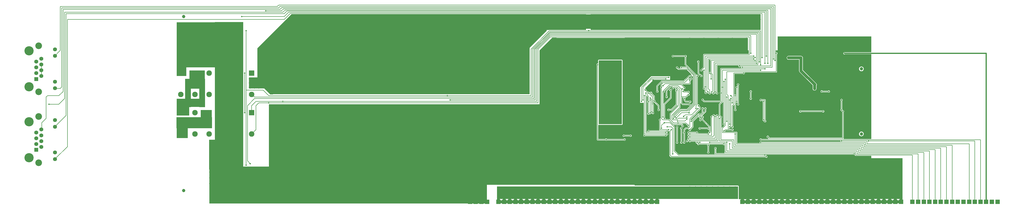
<source format=gbl>
G04*
G04 #@! TF.GenerationSoftware,Altium Limited,Altium Designer,18.1.7 (191)*
G04*
G04 Layer_Physical_Order=2*
G04 Layer_Color=16711680*
%FSLAX44Y44*%
%MOMM*%
G71*
G01*
G75*
%ADD10C,0.2000*%
%ADD95C,0.4000*%
%ADD98C,1.0000*%
%ADD206R,1.5000X1.5000*%
%ADD207R,1.9500X1.9500*%
%ADD208C,1.9500*%
%ADD209C,1.1520*%
%ADD210C,1.3980*%
%ADD211C,2.3550*%
%ADD212C,3.2500*%
%ADD213R,1.3980X1.3980*%
%ADD214C,0.4800*%
%ADD215C,1.0000*%
%ADD216R,1.0000X2.0000*%
%ADD217R,28.5000X4.5000*%
%ADD218R,1.0000X1.0000*%
%ADD219R,85.0000X4.5000*%
%ADD220R,1.0000X1.0000*%
%ADD221R,1.7000X4.7000*%
%ADD222R,8.0000X10.5000*%
%ADD223R,2.0000X8.5000*%
%ADD224R,5.0000X11.0000*%
%ADD225R,3.3000X14.5000*%
%ADD226R,84.0000X28.3000*%
%ADD227R,60.0000X5.6000*%
%ADD228R,2.9000X5.2000*%
%ADD229R,5.5000X6.5000*%
%ADD230R,2.0000X10.0000*%
%ADD231R,7.0000X3.0000*%
%ADD232R,14.5000X5.5000*%
%ADD233R,21.5000X4.0000*%
%ADD234R,10.0000X52.0000*%
%ADD235R,18.0000X16.0000*%
%ADD236R,3.5000X19.0000*%
%ADD237R,5.0000X3.0000*%
%ADD238R,4.5000X5.5000*%
%ADD239R,4.0000X6.0000*%
%ADD240R,12.5000X4.0000*%
%ADD241R,4.0000X7.0000*%
%ADD242R,24.0000X11.5000*%
%ADD243R,33.0000X5.5000*%
%ADD244R,3.3000X2.5000*%
%ADD245R,57.0000X1.0000*%
%ADD246R,98.0000X2.5000*%
%ADD247R,56.5000X1.0000*%
%ADD248R,99.0000X5.6000*%
%ADD249R,20.0000X29.5000*%
%ADD250R,27.5000X7.5000*%
%ADD251R,49.0000X14.5000*%
%ADD252R,15.0000X2.0000*%
%ADD253R,15.0000X2.0000*%
%ADD254R,29.0000X5.0000*%
%ADD255R,9.0000X9.0000*%
%ADD256R,16.0000X14.5000*%
%ADD257R,77.0000X33.0000*%
%ADD258R,15.0000X13.5000*%
%ADD259R,8.1000X22.5000*%
%ADD260R,65.5000X15.5000*%
%ADD261R,16.0000X11.5000*%
%ADD262R,97.5000X28.0000*%
G36*
X2040000Y1525000D02*
X1980000Y1465000D01*
X1970000D01*
Y1530000D01*
X2040000D01*
Y1525000D01*
D02*
G37*
G36*
X3185000Y1455000D02*
Y1448569D01*
X3091679D01*
X3091522Y1448674D01*
X3090000Y1448976D01*
X3088478Y1448674D01*
X3087188Y1447812D01*
X3086326Y1446522D01*
X3086024Y1445000D01*
X3086326Y1443478D01*
X3087188Y1442188D01*
X3088478Y1441326D01*
X3090000Y1441024D01*
X3091522Y1441326D01*
X3091679Y1441431D01*
X3185000D01*
X3185000Y1142549D01*
X3087896Y1142549D01*
X3087217Y1143819D01*
X3087355Y1144025D01*
X3087549Y1145000D01*
Y1237013D01*
X3087812Y1237188D01*
X3088674Y1238478D01*
X3088976Y1240000D01*
X3088674Y1241522D01*
X3087812Y1242812D01*
X3086522Y1243674D01*
X3085000Y1243976D01*
X3084843Y1243945D01*
X3084084Y1244705D01*
X3083964Y1245065D01*
X3083674Y1246522D01*
X3082812Y1247812D01*
X3082549Y1247987D01*
Y1277013D01*
X3082812Y1277188D01*
X3083674Y1278478D01*
X3083976Y1280000D01*
X3083674Y1281522D01*
X3082812Y1282812D01*
X3081522Y1283674D01*
X3080000Y1283976D01*
X3078478Y1283674D01*
X3077188Y1282812D01*
X3076326Y1281522D01*
X3076024Y1280000D01*
X3076326Y1278478D01*
X3077188Y1277188D01*
X3077451Y1277013D01*
Y1247987D01*
X3077188Y1247812D01*
X3076326Y1246522D01*
X3076024Y1245000D01*
X3076326Y1243478D01*
X3077188Y1242188D01*
X3078478Y1241326D01*
X3079935Y1241037D01*
X3080295Y1240916D01*
X3081055Y1240157D01*
X3081024Y1240000D01*
X3081326Y1238478D01*
X3082188Y1237188D01*
X3082451Y1237013D01*
Y1147549D01*
X2826056D01*
X2823915Y1149690D01*
X2823976Y1150000D01*
X2823674Y1151522D01*
X2822812Y1152812D01*
X2821522Y1153674D01*
X2820000Y1153976D01*
X2818478Y1153674D01*
X2817188Y1152812D01*
X2816326Y1151522D01*
X2816024Y1150000D01*
X2816326Y1148478D01*
X2817188Y1147188D01*
X2818478Y1146326D01*
X2820000Y1146024D01*
X2820310Y1146085D01*
X2822576Y1143819D01*
X2822050Y1142549D01*
X2797987D01*
X2797812Y1142812D01*
X2796522Y1143674D01*
X2795000Y1143976D01*
X2793478Y1143674D01*
X2792188Y1142812D01*
X2791326Y1141522D01*
X2791024Y1140000D01*
X2791326Y1138478D01*
X2792188Y1137188D01*
X2793478Y1136326D01*
X2795000Y1136024D01*
X2796522Y1136326D01*
X2797812Y1137188D01*
X2797987Y1137451D01*
X3075536Y1137451D01*
X3076259Y1136181D01*
X3076024Y1135000D01*
X3076259Y1133819D01*
X3075536Y1132549D01*
X2797987D01*
X2797812Y1132812D01*
X2796522Y1133674D01*
X2795000Y1133976D01*
X2793478Y1133674D01*
X2792188Y1132812D01*
X2791326Y1131522D01*
X2791024Y1130000D01*
X2791259Y1128819D01*
X2790536Y1127549D01*
X2712549D01*
Y1165000D01*
X2712355Y1165975D01*
X2711802Y1166802D01*
X2710976Y1167355D01*
X2710000Y1167549D01*
X2669464D01*
X2668741Y1168819D01*
X2668976Y1170000D01*
X2668915Y1170310D01*
X2671056Y1172451D01*
X2692013D01*
X2692188Y1172188D01*
X2693478Y1171326D01*
X2695000Y1171024D01*
X2696522Y1171326D01*
X2697812Y1172188D01*
X2698674Y1173478D01*
X2698976Y1175000D01*
X2698674Y1176522D01*
X2697812Y1177812D01*
X2696522Y1178674D01*
X2695000Y1178976D01*
X2693478Y1178674D01*
X2692188Y1177812D01*
X2692013Y1177549D01*
X2682549D01*
Y1180536D01*
X2683819Y1181258D01*
X2685000Y1181024D01*
X2686522Y1181326D01*
X2687812Y1182188D01*
X2688674Y1183478D01*
X2688976Y1185000D01*
X2688915Y1185310D01*
X2690008Y1186403D01*
X2691178Y1185777D01*
X2691024Y1185000D01*
X2691326Y1183478D01*
X2692188Y1182188D01*
X2693478Y1181326D01*
X2695000Y1181024D01*
X2696522Y1181326D01*
X2697812Y1182188D01*
X2698674Y1183478D01*
X2698976Y1185000D01*
X2698674Y1186522D01*
X2697812Y1187812D01*
X2697549Y1187987D01*
Y1258944D01*
X2701181Y1262576D01*
X2702451Y1262050D01*
Y1247987D01*
X2702188Y1247812D01*
X2701326Y1246522D01*
X2701024Y1245000D01*
X2701326Y1243478D01*
X2702188Y1242188D01*
X2703478Y1241326D01*
X2705000Y1241024D01*
X2706522Y1241326D01*
X2707812Y1242188D01*
X2708674Y1243478D01*
X2708976Y1245000D01*
X2708674Y1246522D01*
X2707812Y1247812D01*
X2707549Y1247987D01*
Y1270536D01*
X2708819Y1271258D01*
X2710000Y1271024D01*
X2711181Y1271258D01*
X2712451Y1270536D01*
Y1267987D01*
X2712188Y1267812D01*
X2711326Y1266522D01*
X2711024Y1265000D01*
X2711326Y1263478D01*
X2712188Y1262188D01*
X2713478Y1261326D01*
X2715000Y1261024D01*
X2716522Y1261326D01*
X2717812Y1262188D01*
X2718674Y1263478D01*
X2718976Y1265000D01*
X2718674Y1266522D01*
X2717812Y1267812D01*
X2717549Y1267987D01*
Y1332013D01*
X2717812Y1332188D01*
X2718674Y1333478D01*
X2718976Y1335000D01*
X2718674Y1336522D01*
X2717812Y1337812D01*
X2716522Y1338674D01*
X2715000Y1338976D01*
X2713478Y1338674D01*
X2712188Y1337812D01*
X2711326Y1336522D01*
X2711024Y1335000D01*
X2711326Y1333478D01*
X2712188Y1332188D01*
X2712451Y1332013D01*
Y1329464D01*
X2711181Y1328741D01*
X2710000Y1328976D01*
X2708478Y1328674D01*
X2707188Y1327812D01*
X2706326Y1326522D01*
X2706024Y1325000D01*
X2706326Y1323478D01*
X2707188Y1322188D01*
X2707451Y1322013D01*
Y1299464D01*
X2706181Y1298741D01*
X2705000Y1298976D01*
X2703819Y1298741D01*
X2702549Y1299464D01*
Y1372451D01*
X2732013D01*
X2732188Y1372188D01*
X2733478Y1371326D01*
X2735000Y1371024D01*
X2736522Y1371326D01*
X2737812Y1372188D01*
X2738674Y1373478D01*
X2738976Y1375000D01*
X2738741Y1376181D01*
X2739464Y1377451D01*
X2850000D01*
X2850976Y1377645D01*
X2851802Y1378198D01*
X2852355Y1379025D01*
X2852549Y1380000D01*
Y1442013D01*
X2852812Y1442188D01*
X2853674Y1443478D01*
X2853976Y1445000D01*
X2853674Y1446522D01*
X2852812Y1447812D01*
X2851522Y1448674D01*
X2850000Y1448976D01*
X2848819Y1448741D01*
X2847549Y1449464D01*
Y1455000D01*
X3185000Y1455000D01*
D02*
G37*
G36*
X2075000Y1445000D02*
X2015000D01*
X2015000Y1455000D01*
X2060000Y1500000D01*
X2075000Y1500000D01*
Y1445000D01*
D02*
G37*
G36*
X2617782Y1421181D02*
X2617645Y1420975D01*
X2617451Y1420000D01*
Y1379464D01*
X2616181Y1378741D01*
X2615000Y1378976D01*
X2613819Y1378741D01*
X2612549Y1379464D01*
Y1422451D01*
X2617104D01*
X2617782Y1421181D01*
D02*
G37*
G36*
X2555451Y1365208D02*
Y1269056D01*
X2533944Y1247549D01*
X2510000D01*
X2509025Y1247355D01*
X2508198Y1246802D01*
X2486059Y1224664D01*
X2484844Y1225135D01*
X2484728Y1226123D01*
X2510802Y1252198D01*
X2511355Y1253025D01*
X2511549Y1254000D01*
Y1268521D01*
X2512819Y1268764D01*
X2513198Y1268198D01*
X2518198Y1263198D01*
X2519025Y1262645D01*
X2520000Y1262451D01*
X2540013D01*
X2540188Y1262188D01*
X2541478Y1261326D01*
X2543000Y1261024D01*
X2544522Y1261326D01*
X2545812Y1262188D01*
X2546674Y1263478D01*
X2546976Y1265000D01*
X2546674Y1266522D01*
X2545812Y1267812D01*
X2544522Y1268674D01*
X2543000Y1268976D01*
X2541478Y1268674D01*
X2540188Y1267812D01*
X2540013Y1267549D01*
X2521056D01*
X2517549Y1271056D01*
Y1289451D01*
X2522088D01*
X2522767Y1288181D01*
X2522326Y1287522D01*
X2522024Y1286000D01*
X2522326Y1284478D01*
X2523188Y1283188D01*
X2523451Y1283013D01*
Y1279000D01*
X2523645Y1278025D01*
X2524198Y1277198D01*
X2529198Y1272198D01*
X2530025Y1271645D01*
X2531000Y1271451D01*
X2543013D01*
X2543188Y1271188D01*
X2544478Y1270326D01*
X2546000Y1270024D01*
X2547522Y1270326D01*
X2548812Y1271188D01*
X2549674Y1272478D01*
X2549976Y1274000D01*
X2549674Y1275522D01*
X2548812Y1276812D01*
X2547522Y1277674D01*
X2546000Y1277976D01*
X2544478Y1277674D01*
X2543188Y1276812D01*
X2543151Y1276756D01*
X2542944Y1276549D01*
X2532056D01*
X2528549Y1280056D01*
Y1283013D01*
X2528812Y1283188D01*
X2529674Y1284478D01*
X2529976Y1286000D01*
X2529674Y1287522D01*
X2529233Y1288181D01*
X2529912Y1289451D01*
X2532000D01*
X2532975Y1289645D01*
X2533802Y1290198D01*
X2538856Y1295251D01*
X2540000Y1295024D01*
X2541522Y1295326D01*
X2542812Y1296188D01*
X2543674Y1297478D01*
X2543976Y1299000D01*
X2543674Y1300522D01*
X2542812Y1301812D01*
X2541522Y1302674D01*
X2540623Y1302853D01*
Y1304147D01*
X2541522Y1304326D01*
X2542812Y1305188D01*
X2543674Y1306478D01*
X2543976Y1308000D01*
X2543674Y1309522D01*
X2542812Y1310812D01*
X2541522Y1311674D01*
X2540000Y1311976D01*
X2538478Y1311674D01*
X2537188Y1310812D01*
X2537013Y1310549D01*
X2526182D01*
X2524976Y1311000D01*
X2524674Y1312522D01*
X2523812Y1313812D01*
X2522522Y1314674D01*
X2521989Y1314780D01*
X2521721Y1316128D01*
X2521812Y1316188D01*
X2522674Y1317478D01*
X2522829Y1318259D01*
X2523310Y1319049D01*
X2524209Y1319181D01*
X2525000Y1319024D01*
X2526522Y1319326D01*
X2527812Y1320188D01*
X2528674Y1321478D01*
X2528976Y1323000D01*
X2528674Y1324522D01*
X2527812Y1325812D01*
X2526522Y1326674D01*
X2525784Y1326820D01*
X2518327Y1334278D01*
X2518813Y1335451D01*
X2545000D01*
X2545975Y1335645D01*
X2546802Y1336198D01*
X2547355Y1337025D01*
X2547549Y1338000D01*
Y1347013D01*
X2547812Y1347188D01*
X2548674Y1348478D01*
X2548963Y1349935D01*
X2549084Y1350295D01*
X2549705Y1350916D01*
X2550065Y1351037D01*
X2551522Y1351326D01*
X2552812Y1352188D01*
X2553674Y1353478D01*
X2553976Y1355000D01*
X2553674Y1356522D01*
X2552812Y1357812D01*
X2551522Y1358674D01*
X2550000Y1358976D01*
X2548478Y1358674D01*
X2547188Y1357812D01*
X2547013Y1357549D01*
X2540950D01*
X2540424Y1358819D01*
X2544056Y1362451D01*
X2547013D01*
X2547188Y1362188D01*
X2548478Y1361326D01*
X2550000Y1361024D01*
X2551522Y1361326D01*
X2552812Y1362188D01*
X2553674Y1363478D01*
X2553909Y1364662D01*
X2554801Y1365244D01*
X2555199Y1365362D01*
X2555451Y1365208D01*
D02*
G37*
G36*
X1160000Y1345000D02*
X1020000Y1345000D01*
Y1463000D01*
X1140000Y1583000D01*
X1160000D01*
Y1345000D01*
D02*
G37*
G36*
X1075000Y1300000D02*
X1065000D01*
X1040000Y1325000D01*
X1075000D01*
Y1300000D01*
D02*
G37*
G36*
X2752451Y1455000D02*
Y1442549D01*
X2595000D01*
X2594025Y1442355D01*
X2593198Y1441802D01*
X2592645Y1440975D01*
X2592451Y1440000D01*
Y1396056D01*
X2585310Y1388915D01*
X2585000Y1388976D01*
X2583478Y1388674D01*
X2582188Y1387812D01*
X2581326Y1386522D01*
X2581024Y1385000D01*
X2581326Y1383478D01*
X2582188Y1382188D01*
X2583478Y1381326D01*
X2585000Y1381024D01*
X2586522Y1381326D01*
X2587812Y1382188D01*
X2588674Y1383478D01*
X2588976Y1385000D01*
X2588915Y1385310D01*
X2590008Y1386403D01*
X2591178Y1385777D01*
X2591024Y1385000D01*
X2591326Y1383478D01*
X2592188Y1382188D01*
X2592451Y1382013D01*
Y1323987D01*
X2592188Y1323812D01*
X2591326Y1322522D01*
X2591024Y1321000D01*
X2591326Y1319478D01*
X2592188Y1318188D01*
X2593478Y1317326D01*
X2595000Y1317024D01*
X2596181Y1317258D01*
X2597451Y1316536D01*
Y1305000D01*
X2597645Y1304025D01*
X2598198Y1303198D01*
X2598769Y1302816D01*
X2599188Y1302188D01*
X2600478Y1301326D01*
X2602000Y1301024D01*
X2603522Y1301326D01*
X2604812Y1302188D01*
X2605674Y1303478D01*
X2605766Y1303943D01*
X2607177Y1304527D01*
X2607478Y1304326D01*
X2609000Y1304024D01*
X2609791Y1304181D01*
X2610690Y1304049D01*
X2611171Y1303259D01*
X2611326Y1302478D01*
X2612188Y1301188D01*
X2613478Y1300326D01*
X2615000Y1300024D01*
X2616522Y1300326D01*
X2617812Y1301188D01*
X2618674Y1302478D01*
X2618942Y1303826D01*
X2619557Y1304262D01*
X2620165Y1304536D01*
X2620478Y1304326D01*
X2622000Y1304024D01*
X2622791Y1304181D01*
X2623690Y1304049D01*
X2624171Y1303259D01*
X2624326Y1302478D01*
X2625188Y1301188D01*
X2626478Y1300326D01*
X2628000Y1300024D01*
X2629522Y1300326D01*
X2630812Y1301188D01*
X2631674Y1302478D01*
X2631942Y1303826D01*
X2632558Y1304262D01*
X2633165Y1304536D01*
X2633478Y1304326D01*
X2635000Y1304024D01*
X2635791Y1304181D01*
X2636690Y1304049D01*
X2637171Y1303259D01*
X2637326Y1302478D01*
X2638188Y1301188D01*
X2639478Y1300326D01*
X2641000Y1300024D01*
X2642522Y1300326D01*
X2643812Y1301188D01*
X2644674Y1302478D01*
X2644977Y1304000D01*
X2644674Y1305522D01*
X2643812Y1306812D01*
X2642549Y1307655D01*
Y1402451D01*
X2715536D01*
X2716259Y1401181D01*
X2716024Y1400000D01*
X2716326Y1398478D01*
X2717188Y1397188D01*
X2718478Y1396326D01*
X2720000Y1396024D01*
X2721522Y1396326D01*
X2722812Y1397188D01*
X2722987Y1397451D01*
X2725536D01*
X2726259Y1396181D01*
X2726024Y1395000D01*
X2726259Y1393819D01*
X2725536Y1392549D01*
X2655000D01*
X2654025Y1392355D01*
X2653198Y1391802D01*
X2652645Y1390975D01*
X2652451Y1390000D01*
Y1307987D01*
X2652188Y1307812D01*
X2651326Y1306522D01*
X2651024Y1305000D01*
X2651326Y1303478D01*
X2652188Y1302188D01*
X2652451Y1302013D01*
Y1277549D01*
X2597056D01*
X2593915Y1280690D01*
X2593976Y1281000D01*
X2593674Y1282522D01*
X2592812Y1283812D01*
X2591522Y1284674D01*
X2590000Y1284976D01*
X2588478Y1284674D01*
X2587188Y1283812D01*
X2586326Y1282522D01*
X2586024Y1281000D01*
X2586326Y1279478D01*
X2587188Y1278188D01*
X2588478Y1277326D01*
X2590000Y1277024D01*
X2590310Y1277085D01*
X2594198Y1273198D01*
X2595025Y1272645D01*
X2596000Y1272451D01*
X2652187D01*
X2652673Y1271278D01*
X2648198Y1266802D01*
X2648198Y1266802D01*
X2647645Y1265975D01*
X2647451Y1265000D01*
Y1225056D01*
X2644785Y1222390D01*
X2643463Y1222864D01*
X2643454Y1222949D01*
X2643812Y1223188D01*
X2644674Y1224478D01*
X2644977Y1226000D01*
X2644674Y1227522D01*
X2643812Y1228812D01*
X2642522Y1229674D01*
X2641000Y1229976D01*
X2639478Y1229674D01*
X2638188Y1228812D01*
X2637326Y1227522D01*
X2637171Y1226741D01*
X2636690Y1225951D01*
X2635791Y1225819D01*
X2635000Y1225976D01*
X2634209Y1225819D01*
X2633310Y1225951D01*
X2632829Y1226741D01*
X2632674Y1227522D01*
X2631812Y1228812D01*
X2630522Y1229674D01*
X2629000Y1229976D01*
X2627478Y1229674D01*
X2626188Y1228812D01*
X2625326Y1227522D01*
X2625023Y1226000D01*
X2625208Y1225075D01*
X2624065Y1224311D01*
X2623522Y1224674D01*
X2622000Y1224976D01*
X2620479Y1224674D01*
X2619188Y1223812D01*
X2618326Y1222522D01*
X2618024Y1221000D01*
X2618326Y1219478D01*
X2619188Y1218188D01*
X2619451Y1218013D01*
Y1168229D01*
X2618181Y1167710D01*
X2617549Y1168258D01*
Y1185000D01*
X2617355Y1185975D01*
X2616802Y1186802D01*
X2592549Y1211056D01*
Y1217013D01*
X2592812Y1217188D01*
X2593674Y1218478D01*
X2593976Y1220000D01*
X2593674Y1221522D01*
X2592812Y1222812D01*
X2591522Y1223674D01*
X2590000Y1223976D01*
X2589223Y1223822D01*
X2588597Y1224992D01*
X2601802Y1238198D01*
X2602355Y1239025D01*
X2602549Y1240000D01*
Y1247013D01*
X2602812Y1247188D01*
X2603674Y1248478D01*
X2603976Y1250000D01*
X2603674Y1251522D01*
X2602812Y1252812D01*
X2601522Y1253674D01*
X2600000Y1253976D01*
X2598478Y1253674D01*
X2597188Y1252812D01*
X2596326Y1251522D01*
X2596024Y1250000D01*
X2596326Y1248478D01*
X2597188Y1247188D01*
X2597451Y1247013D01*
Y1241056D01*
X2593722Y1237327D01*
X2592549Y1237813D01*
Y1247013D01*
X2592812Y1247188D01*
X2593674Y1248478D01*
X2593976Y1250000D01*
X2593674Y1251522D01*
X2592812Y1252812D01*
X2591522Y1253674D01*
X2590000Y1253976D01*
X2588478Y1253674D01*
X2587188Y1252812D01*
X2586326Y1251522D01*
X2586024Y1250000D01*
X2586326Y1248478D01*
X2587188Y1247188D01*
X2587451Y1247013D01*
Y1236056D01*
X2584144Y1232749D01*
X2582812Y1232812D01*
X2581522Y1233674D01*
X2580000Y1233976D01*
X2578478Y1233674D01*
X2577188Y1232812D01*
X2577013Y1232549D01*
X2575000D01*
X2574025Y1232355D01*
X2573198Y1231802D01*
X2550310Y1208915D01*
X2550000Y1208976D01*
X2548819Y1208742D01*
X2547549Y1209464D01*
Y1211944D01*
X2581802Y1246198D01*
X2582355Y1247025D01*
X2582549Y1248000D01*
Y1255000D01*
X2582355Y1255975D01*
X2581802Y1256802D01*
X2578915Y1259690D01*
X2578976Y1260000D01*
X2578674Y1261522D01*
X2577812Y1262812D01*
X2576522Y1263674D01*
X2575000Y1263976D01*
X2573791Y1263736D01*
X2573618Y1263773D01*
X2572903Y1264235D01*
X2572549Y1264580D01*
Y1361133D01*
X2573522Y1361326D01*
X2574812Y1362188D01*
X2575674Y1363478D01*
X2575976Y1365000D01*
X2575674Y1366522D01*
X2574812Y1367812D01*
X2573522Y1368674D01*
X2572000Y1368976D01*
X2570478Y1368674D01*
X2569819Y1368233D01*
X2568549Y1368912D01*
Y1369000D01*
X2568355Y1369975D01*
X2567802Y1370802D01*
X2556802Y1381802D01*
X2532549Y1406056D01*
Y1432013D01*
X2532812Y1432188D01*
X2533674Y1433478D01*
X2533976Y1435000D01*
X2533674Y1436522D01*
X2532812Y1437812D01*
X2531522Y1438674D01*
X2530000Y1438976D01*
X2528478Y1438674D01*
X2527188Y1437812D01*
X2527013Y1437549D01*
X2487987D01*
X2487812Y1437812D01*
X2486522Y1438674D01*
X2485000Y1438976D01*
X2483478Y1438674D01*
X2482188Y1437812D01*
X2481326Y1436522D01*
X2481024Y1435000D01*
X2481326Y1433478D01*
X2482188Y1432188D01*
X2483478Y1431326D01*
X2485000Y1431024D01*
X2486522Y1431326D01*
X2487812Y1432188D01*
X2487987Y1432451D01*
X2527013D01*
X2527188Y1432188D01*
X2527451Y1432013D01*
Y1405000D01*
X2527645Y1404025D01*
X2528198Y1403198D01*
X2532673Y1398722D01*
X2532187Y1397549D01*
X2517987D01*
X2517812Y1397812D01*
X2516522Y1398674D01*
X2515000Y1398976D01*
X2513478Y1398674D01*
X2512188Y1397812D01*
X2511326Y1396522D01*
X2511024Y1395000D01*
X2511326Y1393478D01*
X2511767Y1392819D01*
X2511088Y1391549D01*
X2507056D01*
X2503915Y1394690D01*
X2503976Y1395000D01*
X2503674Y1396522D01*
X2502812Y1397812D01*
X2501522Y1398674D01*
X2500000Y1398976D01*
X2498478Y1398674D01*
X2497188Y1397812D01*
X2496326Y1396522D01*
X2496024Y1395000D01*
X2496326Y1393478D01*
X2497188Y1392188D01*
X2498478Y1391326D01*
X2500000Y1391024D01*
X2500310Y1391085D01*
X2504198Y1387198D01*
X2504198Y1387198D01*
X2505025Y1386645D01*
X2506000Y1386451D01*
X2534944D01*
X2551403Y1369992D01*
X2550777Y1368822D01*
X2550000Y1368976D01*
X2548478Y1368674D01*
X2547188Y1367812D01*
X2547013Y1367549D01*
X2543000D01*
X2542025Y1367355D01*
X2541198Y1366802D01*
X2529198Y1354802D01*
X2529198Y1354802D01*
X2522944Y1348549D01*
X2446000D01*
X2445025Y1348355D01*
X2444198Y1347802D01*
X2428198Y1331802D01*
X2427645Y1330975D01*
X2427451Y1330000D01*
Y1312987D01*
X2427188Y1312812D01*
X2426326Y1311522D01*
X2426024Y1310000D01*
X2426326Y1308478D01*
X2427188Y1307188D01*
X2428478Y1306326D01*
X2430000Y1306024D01*
X2431522Y1306326D01*
X2432812Y1307188D01*
X2433674Y1308478D01*
X2433976Y1310000D01*
X2433674Y1311522D01*
X2432812Y1312812D01*
X2432549Y1312987D01*
Y1328944D01*
X2447014Y1343409D01*
X2448078Y1343301D01*
X2448538Y1342143D01*
X2443198Y1336802D01*
X2442645Y1335975D01*
X2442451Y1335000D01*
Y1327987D01*
X2442188Y1327812D01*
X2441326Y1326522D01*
X2441024Y1325000D01*
X2441326Y1323478D01*
X2442188Y1322188D01*
X2442451Y1322013D01*
Y1215000D01*
X2442547Y1214516D01*
X2441780Y1213886D01*
X2441460Y1213686D01*
X2440000Y1213976D01*
X2438478Y1213674D01*
X2437188Y1212812D01*
X2436326Y1211522D01*
X2436024Y1210000D01*
X2436326Y1208478D01*
X2437188Y1207188D01*
X2437451Y1207013D01*
Y1175000D01*
X2437645Y1174025D01*
X2437782Y1173819D01*
X2437104Y1172549D01*
X2402987D01*
X2402812Y1172812D01*
X2401522Y1173674D01*
X2400000Y1173976D01*
X2398478Y1173674D01*
X2397188Y1172812D01*
X2396326Y1171522D01*
X2396024Y1170000D01*
X2396259Y1168819D01*
X2395536Y1167549D01*
X2392549D01*
Y1200000D01*
Y1294050D01*
X2393819Y1294576D01*
X2396451Y1291944D01*
Y1276987D01*
X2396188Y1276812D01*
X2395326Y1275522D01*
X2395024Y1274000D01*
X2395326Y1272478D01*
X2396188Y1271188D01*
X2396451Y1271013D01*
Y1234987D01*
X2396188Y1234812D01*
X2395326Y1233522D01*
X2395024Y1232000D01*
X2395326Y1230478D01*
X2396188Y1229188D01*
X2397478Y1228326D01*
X2399000Y1228024D01*
X2400522Y1228326D01*
X2401812Y1229188D01*
X2402146Y1229689D01*
X2403478Y1230326D01*
X2405000Y1230024D01*
X2406522Y1230326D01*
X2407812Y1231188D01*
X2408674Y1232478D01*
X2408772Y1232973D01*
X2410000Y1234024D01*
X2411228Y1232973D01*
X2411326Y1232478D01*
X2412188Y1231188D01*
X2413478Y1230326D01*
X2415000Y1230024D01*
X2416522Y1230326D01*
X2417812Y1231188D01*
X2418674Y1232478D01*
X2418976Y1234000D01*
X2418674Y1235522D01*
X2417812Y1236812D01*
X2417549Y1236987D01*
Y1264000D01*
X2417355Y1264975D01*
X2416802Y1265802D01*
X2416549Y1266056D01*
Y1272536D01*
X2417819Y1273259D01*
X2418216Y1273180D01*
X2432451Y1258944D01*
Y1247987D01*
X2432188Y1247812D01*
X2431326Y1246522D01*
X2431024Y1245000D01*
X2431326Y1243478D01*
X2432188Y1242188D01*
X2433478Y1241326D01*
X2435000Y1241024D01*
X2436522Y1241326D01*
X2437812Y1242188D01*
X2438674Y1243478D01*
X2438976Y1245000D01*
X2438674Y1246522D01*
X2437812Y1247812D01*
X2437549Y1247987D01*
Y1260000D01*
X2437355Y1260975D01*
X2436802Y1261802D01*
X2422749Y1275856D01*
X2422976Y1277000D01*
X2422674Y1278522D01*
X2421812Y1279812D01*
X2421549Y1279987D01*
Y1293000D01*
X2421355Y1293976D01*
X2420802Y1294802D01*
X2411749Y1303856D01*
X2411976Y1305000D01*
X2411674Y1306522D01*
X2410812Y1307812D01*
X2409522Y1308674D01*
X2408000Y1308976D01*
X2406478Y1308674D01*
X2405188Y1307812D01*
X2404745Y1307149D01*
X2403255D01*
X2402812Y1307812D01*
X2401522Y1308674D01*
X2400000Y1308976D01*
X2398701Y1308718D01*
X2397355Y1308976D01*
X2396802Y1309802D01*
X2390915Y1315690D01*
X2390976Y1316000D01*
X2390674Y1317522D01*
X2389812Y1318812D01*
X2388522Y1319674D01*
X2387644Y1319848D01*
X2387216Y1321216D01*
X2417000Y1351000D01*
X2475000D01*
Y1364000D01*
X2409000D01*
X2370000Y1325000D01*
X2370000Y1230000D01*
X2382451D01*
Y1195000D01*
Y1160000D01*
X2382645Y1159025D01*
X2383064Y1158397D01*
X2382188Y1157812D01*
X2381326Y1156522D01*
X2381024Y1155000D01*
X2381326Y1153478D01*
X2382188Y1152188D01*
X2383478Y1151326D01*
X2385000Y1151024D01*
X2386522Y1151326D01*
X2387812Y1152188D01*
X2387987Y1152451D01*
X2457013D01*
X2457188Y1152188D01*
X2458478Y1151326D01*
X2460000Y1151024D01*
X2461522Y1151326D01*
X2462812Y1152188D01*
X2463674Y1153478D01*
X2463963Y1154935D01*
X2464084Y1155295D01*
X2464705Y1155917D01*
X2465065Y1156037D01*
X2466522Y1156326D01*
X2467812Y1157188D01*
X2468674Y1158478D01*
X2468976Y1160000D01*
X2468674Y1161522D01*
X2467812Y1162812D01*
X2466522Y1163674D01*
X2465065Y1163963D01*
X2464705Y1164083D01*
X2463945Y1164843D01*
X2463976Y1165000D01*
X2463945Y1165157D01*
X2464705Y1165917D01*
X2465065Y1166037D01*
X2466522Y1166326D01*
X2467812Y1167188D01*
X2468674Y1168478D01*
X2468963Y1169935D01*
X2469084Y1170295D01*
X2469705Y1170917D01*
X2470065Y1171037D01*
X2471460Y1171314D01*
X2471780Y1171115D01*
X2472547Y1170484D01*
X2472451Y1170000D01*
Y1085000D01*
X2472645Y1084025D01*
X2473198Y1083198D01*
X2478198Y1078198D01*
X2479025Y1077645D01*
X2480000Y1077451D01*
X2812013D01*
X2812188Y1077188D01*
X2813478Y1076326D01*
X2815000Y1076024D01*
X2816522Y1076326D01*
X2817812Y1077188D01*
X2818674Y1078478D01*
X2818976Y1080000D01*
X2818674Y1081522D01*
X2817812Y1082812D01*
X2816522Y1083674D01*
X2815065Y1083963D01*
X2814705Y1084084D01*
X2814084Y1084705D01*
X2813964Y1085065D01*
X2813741Y1086181D01*
X2814464Y1087451D01*
X3122013D01*
X3122188Y1087188D01*
X3123478Y1086326D01*
X3125000Y1086024D01*
X3126181Y1086258D01*
X3127451Y1085536D01*
Y1085000D01*
X3127645Y1084025D01*
X3128198Y1083198D01*
X3129025Y1082645D01*
X3130000Y1082451D01*
X3185000D01*
X3185001Y930000D01*
X2718860Y930000D01*
X2717590Y931270D01*
Y975000D01*
X2717393Y975991D01*
X2716831Y976831D01*
X2715991Y977393D01*
X2715000Y977590D01*
X2350000D01*
X2350000Y1125000D01*
X2175000Y1125000D01*
X2175000Y1450000D01*
X2350000Y1450000D01*
Y1455000D01*
X2752451Y1455000D01*
D02*
G37*
G36*
X2476078Y1331301D02*
X2476538Y1330143D01*
X2461198Y1314802D01*
X2460645Y1313976D01*
X2460451Y1313000D01*
Y1293987D01*
X2460188Y1293812D01*
X2459326Y1292522D01*
X2459024Y1291000D01*
X2459326Y1289478D01*
X2460188Y1288188D01*
X2461478Y1287326D01*
X2463000Y1287024D01*
X2464522Y1287326D01*
X2465812Y1288188D01*
X2466674Y1289478D01*
X2466976Y1291000D01*
X2466674Y1292522D01*
X2465812Y1293812D01*
X2465549Y1293987D01*
Y1311944D01*
X2481056Y1327451D01*
X2483870D01*
X2484559Y1326181D01*
X2484341Y1325845D01*
X2483478Y1325674D01*
X2482188Y1324812D01*
X2481326Y1323522D01*
X2481024Y1322000D01*
X2481326Y1320478D01*
X2482188Y1319188D01*
X2483478Y1318326D01*
X2485000Y1318024D01*
X2486522Y1318326D01*
X2487812Y1319188D01*
X2488674Y1320478D01*
X2488976Y1322000D01*
X2490182Y1322451D01*
X2493536D01*
X2494259Y1321181D01*
X2494024Y1320000D01*
X2494326Y1318478D01*
X2495119Y1317293D01*
X2495268Y1316889D01*
Y1316111D01*
X2495119Y1315707D01*
X2494326Y1314522D01*
X2494024Y1313000D01*
X2494326Y1311478D01*
X2495188Y1310188D01*
X2495451Y1310013D01*
Y1264056D01*
X2478944Y1247549D01*
X2472987D01*
X2472812Y1247812D01*
X2471522Y1248674D01*
X2470000Y1248976D01*
X2468478Y1248674D01*
X2467188Y1247812D01*
X2466326Y1246522D01*
X2466024Y1245000D01*
X2466326Y1243478D01*
X2467188Y1242188D01*
X2468478Y1241326D01*
X2470000Y1241024D01*
X2471522Y1241326D01*
X2472812Y1242188D01*
X2472987Y1242451D01*
X2480000D01*
X2480975Y1242645D01*
X2481802Y1243198D01*
X2499802Y1261198D01*
X2500181Y1261764D01*
X2501451Y1261521D01*
Y1260056D01*
X2475198Y1233802D01*
X2474645Y1232975D01*
X2474451Y1232000D01*
Y1210950D01*
X2473181Y1210424D01*
X2471802Y1211802D01*
X2470975Y1212355D01*
X2470000Y1212549D01*
X2459464D01*
X2458741Y1213819D01*
X2458976Y1215000D01*
X2458674Y1216522D01*
X2457812Y1217812D01*
X2457549Y1217987D01*
Y1263944D01*
X2479802Y1286198D01*
X2480355Y1287025D01*
X2480549Y1288000D01*
Y1312013D01*
X2480812Y1312188D01*
X2481674Y1313478D01*
X2481976Y1315000D01*
X2481674Y1316522D01*
X2480812Y1317812D01*
X2479522Y1318674D01*
X2478000Y1318976D01*
X2476478Y1318674D01*
X2475188Y1317812D01*
X2475013Y1317549D01*
X2475000D01*
X2474025Y1317355D01*
X2473198Y1316802D01*
Y1316802D01*
X2472645Y1315975D01*
X2472451Y1315000D01*
X2472645Y1314025D01*
X2473198Y1313198D01*
X2474025Y1312645D01*
X2475000Y1312451D01*
X2475451Y1311341D01*
Y1289056D01*
X2453819Y1267424D01*
X2452549Y1267950D01*
Y1305133D01*
X2453522Y1305326D01*
X2454812Y1306188D01*
X2455674Y1307478D01*
X2455976Y1309000D01*
X2455674Y1310522D01*
X2455054Y1311449D01*
X2475014Y1331409D01*
X2476078Y1331301D01*
D02*
G37*
G36*
X2586299Y1221386D02*
X2586024Y1220000D01*
X2586326Y1218478D01*
X2587188Y1217188D01*
X2587451Y1217013D01*
Y1210000D01*
X2587645Y1209025D01*
X2588198Y1208198D01*
X2611403Y1184992D01*
X2610777Y1183822D01*
X2610000Y1183976D01*
X2608478Y1183674D01*
X2607188Y1182812D01*
X2607013Y1182549D01*
X2582987D01*
X2582812Y1182812D01*
X2581522Y1183674D01*
X2580000Y1183976D01*
X2578478Y1183674D01*
X2577188Y1182812D01*
X2576326Y1181522D01*
X2576024Y1180000D01*
X2576326Y1178478D01*
X2577188Y1177188D01*
X2578478Y1176326D01*
X2580000Y1176024D01*
X2581522Y1176326D01*
X2582812Y1177188D01*
X2582987Y1177451D01*
X2607013D01*
X2607188Y1177188D01*
X2608478Y1176326D01*
X2610000Y1176024D01*
X2611181Y1176258D01*
X2612451Y1175536D01*
Y1167987D01*
X2612188Y1167812D01*
X2611326Y1166522D01*
X2611037Y1165065D01*
X2610916Y1164705D01*
X2610295Y1164083D01*
X2609935Y1163963D01*
X2608478Y1163674D01*
X2607188Y1162812D01*
X2607013Y1162549D01*
X2574464D01*
X2573741Y1163819D01*
X2573976Y1165000D01*
X2573674Y1166522D01*
X2572812Y1167812D01*
X2571522Y1168674D01*
X2570000Y1168976D01*
X2568478Y1168674D01*
X2567188Y1167812D01*
X2567013Y1167549D01*
X2542987D01*
X2542812Y1167812D01*
X2541522Y1168674D01*
X2540000Y1168976D01*
X2538478Y1168674D01*
X2537188Y1167812D01*
X2536326Y1166522D01*
X2536024Y1165000D01*
X2536326Y1163478D01*
X2537188Y1162188D01*
X2538478Y1161326D01*
X2539935Y1161037D01*
X2540265Y1160926D01*
X2540774Y1160226D01*
X2540184Y1159046D01*
X2539935Y1158963D01*
X2538478Y1158674D01*
X2537188Y1157812D01*
X2536326Y1156522D01*
X2536024Y1155000D01*
X2536326Y1153478D01*
X2537188Y1152188D01*
X2538478Y1151326D01*
X2539935Y1151037D01*
X2540184Y1150954D01*
X2540774Y1149774D01*
X2540265Y1149074D01*
X2539935Y1148963D01*
X2538478Y1148674D01*
X2537188Y1147812D01*
X2536326Y1146522D01*
X2536024Y1145000D01*
X2536326Y1143478D01*
X2537188Y1142188D01*
X2537192Y1142186D01*
X2537317Y1140922D01*
X2535310Y1138915D01*
X2535000Y1138976D01*
X2533478Y1138674D01*
X2532188Y1137812D01*
X2531326Y1136522D01*
X2531024Y1135000D01*
X2531326Y1133478D01*
X2532188Y1132188D01*
X2533478Y1131326D01*
X2535000Y1131024D01*
X2536522Y1131326D01*
X2537812Y1132188D01*
X2538674Y1133478D01*
X2538976Y1135000D01*
X2538915Y1135310D01*
X2540008Y1136403D01*
X2541178Y1135777D01*
X2541024Y1135000D01*
X2541326Y1133478D01*
X2542188Y1132188D01*
X2543478Y1131326D01*
X2545000Y1131024D01*
X2546522Y1131326D01*
X2547812Y1132188D01*
X2547987Y1132451D01*
X2565536D01*
X2566259Y1131181D01*
X2566024Y1130000D01*
X2566326Y1128478D01*
X2567188Y1127188D01*
X2568478Y1126326D01*
X2569935Y1126037D01*
X2570295Y1125916D01*
X2570916Y1125295D01*
X2571037Y1124935D01*
X2571326Y1123478D01*
X2572188Y1122188D01*
X2573478Y1121326D01*
X2575000Y1121024D01*
X2576522Y1121326D01*
X2577812Y1122188D01*
X2577987Y1122451D01*
X2605536D01*
X2606259Y1121181D01*
X2606024Y1120000D01*
X2606326Y1118478D01*
X2607188Y1117188D01*
X2607451Y1117013D01*
Y1097987D01*
X2607188Y1097812D01*
X2606326Y1096522D01*
X2606024Y1095000D01*
X2606326Y1093478D01*
X2607188Y1092188D01*
X2608478Y1091326D01*
X2610000Y1091024D01*
X2611522Y1091326D01*
X2612812Y1092188D01*
X2613674Y1093478D01*
X2613976Y1095000D01*
X2613674Y1096522D01*
X2612812Y1097812D01*
X2612549Y1097987D01*
Y1117013D01*
X2612812Y1117188D01*
X2613674Y1118478D01*
X2613976Y1120000D01*
X2613741Y1121181D01*
X2614464Y1122451D01*
X2662013D01*
X2662188Y1122188D01*
X2663478Y1121326D01*
X2665000Y1121024D01*
X2666181Y1121258D01*
X2667451Y1120536D01*
Y1095000D01*
X2667645Y1094025D01*
X2667782Y1093819D01*
X2667104Y1092549D01*
X2637549D01*
Y1107013D01*
X2637812Y1107188D01*
X2638674Y1108478D01*
X2638976Y1110000D01*
X2638674Y1111522D01*
X2637812Y1112812D01*
X2636522Y1113674D01*
X2635000Y1113976D01*
X2633478Y1113674D01*
X2632188Y1112812D01*
X2631326Y1111522D01*
X2631024Y1110000D01*
X2631326Y1108478D01*
X2632188Y1107188D01*
X2632451Y1107013D01*
Y1090000D01*
X2632645Y1089025D01*
X2632782Y1088819D01*
X2632104Y1087549D01*
X2506056D01*
X2492549Y1101056D01*
Y1185000D01*
X2492355Y1185975D01*
X2491802Y1186802D01*
X2488327Y1190278D01*
X2488813Y1191451D01*
X2514944D01*
X2516546Y1189850D01*
X2516326Y1189522D01*
X2516024Y1188000D01*
X2516326Y1186478D01*
X2517188Y1185188D01*
X2518478Y1184326D01*
X2520000Y1184024D01*
X2521522Y1184326D01*
X2522812Y1185188D01*
X2523674Y1186478D01*
X2523976Y1188000D01*
X2523674Y1189522D01*
X2522812Y1190812D01*
X2522184Y1191231D01*
X2521802Y1191802D01*
X2518424Y1195181D01*
X2518950Y1196451D01*
X2529944D01*
X2536085Y1190310D01*
X2536024Y1190000D01*
X2536326Y1188478D01*
X2537188Y1187188D01*
X2538478Y1186326D01*
X2540000Y1186024D01*
X2540777Y1186178D01*
X2541403Y1185008D01*
X2538944Y1182549D01*
X2530000D01*
X2529025Y1182355D01*
X2528198Y1181802D01*
X2523198Y1176802D01*
X2522645Y1175975D01*
X2522451Y1175000D01*
Y1167987D01*
X2522188Y1167812D01*
X2521326Y1166522D01*
X2521024Y1165000D01*
X2521326Y1163478D01*
X2522188Y1162188D01*
X2522451Y1162013D01*
Y1132987D01*
X2522188Y1132812D01*
X2521326Y1131522D01*
X2521024Y1130000D01*
X2521326Y1128478D01*
X2522188Y1127188D01*
X2523478Y1126326D01*
X2525000Y1126024D01*
X2526522Y1126326D01*
X2527812Y1127188D01*
X2528674Y1128478D01*
X2528976Y1130000D01*
X2528674Y1131522D01*
X2527812Y1132812D01*
X2527549Y1132987D01*
Y1162013D01*
X2527812Y1162188D01*
X2528674Y1163478D01*
X2528976Y1165000D01*
X2528674Y1166522D01*
X2527812Y1167812D01*
X2527549Y1167987D01*
Y1173944D01*
X2531056Y1177451D01*
X2540000D01*
X2540484Y1177547D01*
X2541114Y1176780D01*
X2541314Y1176460D01*
X2541024Y1175000D01*
X2541326Y1173478D01*
X2542188Y1172188D01*
X2543478Y1171326D01*
X2545000Y1171024D01*
X2546522Y1171326D01*
X2547812Y1172188D01*
X2548674Y1173478D01*
X2548976Y1175000D01*
X2548915Y1175310D01*
X2556802Y1183198D01*
X2557355Y1184025D01*
X2557549Y1185000D01*
Y1203944D01*
X2575008Y1221403D01*
X2576178Y1220777D01*
X2576024Y1220000D01*
X2576326Y1218478D01*
X2577188Y1217188D01*
X2578478Y1216326D01*
X2579451Y1216133D01*
Y1211987D01*
X2579188Y1211812D01*
X2578326Y1210522D01*
X2578024Y1209000D01*
X2578326Y1207478D01*
X2579188Y1206188D01*
X2580479Y1205326D01*
X2582000Y1205024D01*
X2583522Y1205326D01*
X2584812Y1206188D01*
X2585674Y1207478D01*
X2585976Y1209000D01*
X2585674Y1210522D01*
X2584812Y1211812D01*
X2584549Y1211987D01*
Y1218000D01*
X2584355Y1218975D01*
X2583906Y1219647D01*
X2583976Y1220000D01*
X2583741Y1221181D01*
X2584349Y1222249D01*
X2585498Y1222351D01*
X2586299Y1221386D01*
D02*
G37*
G36*
X2662451Y1272050D02*
Y1215000D01*
X2662451Y1215000D01*
Y1197987D01*
X2662188Y1197812D01*
X2661326Y1196522D01*
X2661024Y1195000D01*
X2661326Y1193478D01*
X2662188Y1192188D01*
X2663478Y1191326D01*
X2665000Y1191024D01*
X2665777Y1191178D01*
X2666403Y1190008D01*
X2658819Y1182424D01*
X2657549Y1182950D01*
Y1217013D01*
X2657812Y1217188D01*
X2658674Y1218478D01*
X2658976Y1220000D01*
X2658674Y1221522D01*
X2657812Y1222812D01*
X2656522Y1223674D01*
X2655000Y1223976D01*
X2653791Y1223736D01*
X2653618Y1223773D01*
X2652903Y1224235D01*
X2652549Y1224580D01*
Y1263944D01*
X2661181Y1272576D01*
X2662451Y1272050D01*
D02*
G37*
%LPC*%
G36*
X3150000Y1398372D02*
X3147833Y1398086D01*
X3145814Y1397250D01*
X3144081Y1395920D01*
X3142750Y1394186D01*
X3141914Y1392167D01*
X3141628Y1390000D01*
X3141914Y1387833D01*
X3142750Y1385814D01*
X3144081Y1384080D01*
X3145814Y1382750D01*
X3147833Y1381914D01*
X3150000Y1381628D01*
X3152167Y1381914D01*
X3154186Y1382750D01*
X3155919Y1384080D01*
X3157250Y1385814D01*
X3158087Y1387833D01*
X3158372Y1390000D01*
X3158087Y1392167D01*
X3157250Y1394186D01*
X3155919Y1395920D01*
X3154186Y1397250D01*
X3152167Y1398086D01*
X3150000Y1398372D01*
D02*
G37*
G36*
X2937000Y1435556D02*
X2893000D01*
X2891303Y1435333D01*
X2889722Y1434678D01*
X2888364Y1433636D01*
Y1433636D01*
X2887322Y1432278D01*
X2886667Y1430697D01*
X2886444Y1429000D01*
X2886667Y1427303D01*
X2887322Y1425722D01*
X2888364Y1424364D01*
X2889722Y1423322D01*
X2891303Y1422667D01*
X2893000Y1422444D01*
X2930444D01*
Y1383000D01*
X2930667Y1381303D01*
X2931322Y1379722D01*
X2932364Y1378364D01*
X2978444Y1332284D01*
Y1320000D01*
X2978667Y1318303D01*
X2979322Y1316722D01*
X2980364Y1315364D01*
X2981722Y1314322D01*
X2983303Y1313667D01*
X2985000Y1313444D01*
X2986697Y1313667D01*
X2988278Y1314322D01*
X2989636Y1315364D01*
X2990678Y1316722D01*
X2991333Y1318303D01*
X2991556Y1320000D01*
Y1330563D01*
X2991678Y1330722D01*
X2992333Y1332303D01*
X2992556Y1334000D01*
X2992333Y1335697D01*
X2991678Y1337278D01*
X2990636Y1338636D01*
X2990070Y1339070D01*
X2989636Y1339636D01*
X2943556Y1385716D01*
Y1428999D01*
X2943556Y1429000D01*
X2943333Y1430697D01*
X2942678Y1432278D01*
X2941636Y1433636D01*
X2940278Y1434678D01*
X2938697Y1435333D01*
X2937000Y1435556D01*
D02*
G37*
G36*
X3035000Y1313976D02*
X3033478Y1313674D01*
X3032188Y1312812D01*
X3032013Y1312549D01*
X3012987D01*
X3012812Y1312812D01*
X3011522Y1313674D01*
X3010000Y1313976D01*
X3008478Y1313674D01*
X3007188Y1312812D01*
X3006326Y1311522D01*
X3006024Y1310000D01*
X3006326Y1308478D01*
X3007188Y1307188D01*
X3008478Y1306326D01*
X3010000Y1306024D01*
X3011522Y1306326D01*
X3012812Y1307188D01*
X3012987Y1307451D01*
X3032013D01*
X3032188Y1307188D01*
X3033478Y1306326D01*
X3035000Y1306024D01*
X3036522Y1306326D01*
X3037812Y1307188D01*
X3038674Y1308478D01*
X3038976Y1310000D01*
X3038674Y1311522D01*
X3037812Y1312812D01*
X3036522Y1313674D01*
X3035000Y1313976D01*
D02*
G37*
G36*
X2760000D02*
X2758478Y1313674D01*
X2757188Y1312812D01*
X2756326Y1311522D01*
X2756024Y1310000D01*
X2756326Y1308478D01*
X2757188Y1307188D01*
X2757451Y1307013D01*
Y1287987D01*
X2757188Y1287812D01*
X2756326Y1286522D01*
X2756024Y1285000D01*
X2756326Y1283478D01*
X2757188Y1282188D01*
X2758478Y1281326D01*
X2760000Y1281024D01*
X2761522Y1281326D01*
X2762812Y1282188D01*
X2763674Y1283478D01*
X2763976Y1285000D01*
X2763674Y1286522D01*
X2762812Y1287812D01*
X2762549Y1287987D01*
Y1307013D01*
X2762812Y1307188D01*
X2763674Y1308478D01*
X2763976Y1310000D01*
X2763674Y1311522D01*
X2762812Y1312812D01*
X2761522Y1313674D01*
X2760000Y1313976D01*
D02*
G37*
G36*
X2935000Y1243976D02*
X2933478Y1243674D01*
X2932188Y1242812D01*
X2931326Y1241522D01*
X2931024Y1240000D01*
X2931326Y1238478D01*
X2932188Y1237188D01*
X2933478Y1236326D01*
X2935000Y1236024D01*
X2936522Y1236326D01*
X2937812Y1237188D01*
X2937987Y1237451D01*
X3012013D01*
X3012188Y1237188D01*
X3013478Y1236326D01*
X3015000Y1236024D01*
X3016522Y1236326D01*
X3017812Y1237188D01*
X3018674Y1238478D01*
X3018976Y1240000D01*
X3018674Y1241522D01*
X3017812Y1242812D01*
X3016522Y1243674D01*
X3015000Y1243976D01*
X3013478Y1243674D01*
X3012188Y1242812D01*
X3012013Y1242549D01*
X2937987D01*
X2937812Y1242812D01*
X2936522Y1243674D01*
X2935000Y1243976D01*
D02*
G37*
G36*
X2795000Y1283976D02*
X2793478Y1283674D01*
X2792188Y1282812D01*
X2791326Y1281522D01*
X2791024Y1280000D01*
X2791326Y1278478D01*
X2792188Y1277188D01*
X2793478Y1276326D01*
X2795000Y1276024D01*
X2796522Y1276326D01*
X2797812Y1277188D01*
X2797987Y1277451D01*
X2800536D01*
X2801259Y1276181D01*
X2801024Y1275000D01*
X2801326Y1273478D01*
X2802188Y1272188D01*
X2802451Y1272013D01*
Y1212987D01*
X2802188Y1212812D01*
X2801326Y1211522D01*
X2801024Y1210000D01*
X2801326Y1208478D01*
X2802188Y1207188D01*
X2803478Y1206326D01*
X2804935Y1206037D01*
X2805295Y1205917D01*
X2805916Y1205295D01*
X2806037Y1204935D01*
X2806326Y1203478D01*
X2807188Y1202188D01*
X2808478Y1201326D01*
X2810000Y1201024D01*
X2811522Y1201326D01*
X2812812Y1202188D01*
X2813674Y1203478D01*
X2813976Y1205000D01*
X2813674Y1206522D01*
X2812812Y1207812D01*
X2812549Y1207987D01*
Y1280000D01*
X2812355Y1280975D01*
X2811802Y1281802D01*
X2810976Y1282355D01*
X2810000Y1282549D01*
X2797987D01*
X2797812Y1282812D01*
X2796522Y1283674D01*
X2795000Y1283976D01*
D02*
G37*
G36*
X3150000Y1168372D02*
X3147833Y1168086D01*
X3145814Y1167250D01*
X3144081Y1165920D01*
X3142750Y1164186D01*
X3141914Y1162167D01*
X3141628Y1160000D01*
X3141914Y1157833D01*
X3142750Y1155814D01*
X3144081Y1154080D01*
X3145814Y1152750D01*
X3147833Y1151914D01*
X3150000Y1151628D01*
X3152167Y1151914D01*
X3154186Y1152750D01*
X3155919Y1154080D01*
X3157250Y1155814D01*
X3158087Y1157833D01*
X3158372Y1160000D01*
X3158087Y1162167D01*
X3157250Y1164186D01*
X3155919Y1165920D01*
X3154186Y1167250D01*
X3152167Y1168086D01*
X3150000Y1168372D01*
D02*
G37*
G36*
X2305000Y1422590D02*
X2224000D01*
X2223009Y1422393D01*
X2222169Y1421831D01*
X2221607Y1420991D01*
X2221410Y1420000D01*
Y1409697D01*
X2220429Y1408891D01*
X2220000Y1408976D01*
X2218478Y1408674D01*
X2217188Y1407812D01*
X2216326Y1406522D01*
X2216024Y1405000D01*
X2216326Y1403478D01*
X2217188Y1402188D01*
X2217451Y1402013D01*
Y1140000D01*
X2217645Y1139025D01*
X2218198Y1138198D01*
X2219025Y1137645D01*
X2220000Y1137451D01*
X2247013D01*
X2247188Y1137188D01*
X2248478Y1136326D01*
X2250000Y1136024D01*
X2251522Y1136326D01*
X2252812Y1137188D01*
X2252987Y1137451D01*
X2312013D01*
X2312188Y1137188D01*
X2313478Y1136326D01*
X2315000Y1136024D01*
X2316522Y1136326D01*
X2317812Y1137188D01*
X2318674Y1138478D01*
X2318976Y1140000D01*
X2318674Y1141522D01*
X2317812Y1142812D01*
X2316522Y1143674D01*
X2315000Y1143976D01*
X2313478Y1143674D01*
X2312188Y1142812D01*
X2312013Y1142549D01*
X2252987D01*
X2252812Y1142812D01*
X2251522Y1143674D01*
X2250000Y1143976D01*
X2248478Y1143674D01*
X2247188Y1142812D01*
X2247013Y1142549D01*
X2222549D01*
Y1191504D01*
X2223819Y1192446D01*
X2224000Y1192410D01*
X2305000D01*
X2305991Y1192607D01*
X2306831Y1193169D01*
X2307393Y1194009D01*
X2307590Y1195000D01*
Y1420000D01*
X2307393Y1420991D01*
X2306831Y1421831D01*
X2305991Y1422393D01*
X2305000Y1422590D01*
D02*
G37*
G36*
X2575000Y1418976D02*
X2573478Y1418674D01*
X2572188Y1417812D01*
X2571326Y1416522D01*
X2571024Y1415000D01*
X2571326Y1413478D01*
X2572188Y1412188D01*
X2572451Y1412013D01*
Y1375000D01*
X2572645Y1374025D01*
X2573198Y1373198D01*
X2581085Y1365310D01*
X2581024Y1365000D01*
X2581326Y1363478D01*
X2582188Y1362188D01*
X2583478Y1361326D01*
X2585000Y1361024D01*
X2586522Y1361326D01*
X2587812Y1362188D01*
X2588674Y1363478D01*
X2588976Y1365000D01*
X2588674Y1366522D01*
X2587812Y1367812D01*
X2586522Y1368674D01*
X2585000Y1368976D01*
X2584690Y1368915D01*
X2577549Y1376056D01*
Y1412013D01*
X2577812Y1412188D01*
X2578674Y1413478D01*
X2578976Y1415000D01*
X2578674Y1416522D01*
X2577812Y1417812D01*
X2576522Y1418674D01*
X2575000Y1418976D01*
D02*
G37*
G36*
X2312000Y1157976D02*
X2310478Y1157674D01*
X2309188Y1156812D01*
X2308326Y1155522D01*
X2308024Y1154000D01*
X2308326Y1152478D01*
X2309188Y1151188D01*
X2310478Y1150326D01*
X2312000Y1150024D01*
X2313522Y1150326D01*
X2314812Y1151188D01*
X2314987Y1151451D01*
X2333013D01*
X2333188Y1151188D01*
X2334478Y1150326D01*
X2336000Y1150024D01*
X2337522Y1150326D01*
X2338812Y1151188D01*
X2339674Y1152478D01*
X2339976Y1154000D01*
X2339674Y1155522D01*
X2338812Y1156812D01*
X2337522Y1157674D01*
X2336000Y1157976D01*
X2334478Y1157674D01*
X2333188Y1156812D01*
X2333013Y1156549D01*
X2314987D01*
X2314812Y1156812D01*
X2313522Y1157674D01*
X2312000Y1157976D01*
D02*
G37*
G36*
X2515000Y1183976D02*
X2513478Y1183674D01*
X2512188Y1182812D01*
X2511326Y1181522D01*
X2511024Y1180000D01*
X2511326Y1178478D01*
X2512188Y1177188D01*
X2512451Y1177013D01*
Y1132987D01*
X2512188Y1132812D01*
X2511326Y1131522D01*
X2511024Y1130000D01*
X2511326Y1128478D01*
X2512188Y1127188D01*
X2513478Y1126326D01*
X2515000Y1126024D01*
X2516522Y1126326D01*
X2517812Y1127188D01*
X2518674Y1128478D01*
X2518976Y1130000D01*
X2518674Y1131522D01*
X2517812Y1132812D01*
X2517549Y1132987D01*
Y1177013D01*
X2517812Y1177188D01*
X2518674Y1178478D01*
X2518976Y1180000D01*
X2518674Y1181522D01*
X2517812Y1182812D01*
X2516522Y1183674D01*
X2515000Y1183976D01*
D02*
G37*
G36*
X2500000Y1188976D02*
X2498478Y1188674D01*
X2497188Y1187812D01*
X2496326Y1186522D01*
X2496024Y1185000D01*
X2496326Y1183478D01*
X2497188Y1182188D01*
X2497451Y1182013D01*
Y1132987D01*
X2497188Y1132812D01*
X2496326Y1131522D01*
X2496024Y1130000D01*
X2496326Y1128478D01*
X2497188Y1127188D01*
X2498478Y1126326D01*
X2500000Y1126024D01*
X2501522Y1126326D01*
X2502812Y1127188D01*
X2503674Y1128478D01*
X2503976Y1130000D01*
X2503674Y1131522D01*
X2502812Y1132812D01*
X2502549Y1132987D01*
Y1182013D01*
X2502812Y1182188D01*
X2503674Y1183478D01*
X2503976Y1185000D01*
X2503674Y1186522D01*
X2502812Y1187812D01*
X2501522Y1188674D01*
X2500000Y1188976D01*
D02*
G37*
%LPD*%
D10*
X3175000Y1135000D02*
X3550000D01*
Y920000D02*
Y1135000D01*
X2635000Y1090000D02*
X3125000D01*
X2635000D02*
Y1110000D01*
X2478000Y1288000D02*
Y1315000D01*
X2455000Y1265000D02*
X2478000Y1288000D01*
X2475000Y1315000D02*
X2475000Y1315000D01*
X2049000Y1524000D02*
X2795000D01*
X305000Y1435000D02*
X320000Y1450000D01*
X320000Y1450000D02*
X325000Y1455000D01*
X350000Y1115000D02*
X350000Y1565000D01*
X305000Y1075000D02*
X310000Y1070000D01*
Y1075000D02*
X350000Y1115000D01*
X310000Y1075000D02*
Y1075000D01*
X2600000Y1305000D02*
Y1327000D01*
X305000Y1185000D02*
X340000Y1220000D01*
X340000Y1220000D02*
X345000Y1225000D01*
X305000Y1321000D02*
X325000D01*
X330000Y1605000D02*
X1095000D01*
X330000Y1326000D02*
Y1605000D01*
X325000Y1321000D02*
X330000Y1326000D01*
X260000Y1175000D02*
Y1200000D01*
X335000Y1310000D02*
Y1315000D01*
X320000Y1295000D02*
X335000Y1310000D01*
X340000Y1300000D02*
Y1310000D01*
Y1285000D02*
Y1300000D01*
X320000Y1265000D02*
X340000Y1285000D01*
X340000Y1590000D02*
X340000Y1300000D01*
X325000Y1321000D02*
Y1321000D01*
X345000Y1225000D02*
X345000Y1585000D01*
X340000Y1220000D02*
Y1220000D01*
X335000Y1600000D02*
X335000Y1315000D01*
X275000Y1290000D02*
Y1290000D01*
Y1215000D02*
Y1290000D01*
Y1215000D02*
Y1215000D01*
X1110000Y1275000D02*
X2005000Y1275000D01*
X1015000Y1275000D02*
X1110000D01*
X1060000Y1270000D02*
X2010000D01*
X1025000D02*
X1060000D01*
X1015000Y1175000D02*
Y1260000D01*
X1000000Y1160000D02*
X1015000Y1175000D01*
X975000Y1235000D02*
Y1375000D01*
X980000Y1315000D02*
X1040000D01*
X980000D02*
X980000D01*
X985000Y1065000D02*
Y1260000D01*
Y1065000D02*
X995000Y1055000D01*
X985000Y1260000D02*
X1010000Y1285000D01*
X2010000Y1270000D02*
Y1460000D01*
X350000Y1565000D02*
X860000D01*
X345000Y1585000D02*
X1115000D01*
X340000Y1590000D02*
X1110000D01*
X335000Y1600000D02*
X1100000D01*
X325000Y1455000D02*
Y1610000D01*
X320000Y1450000D02*
Y1450000D01*
X325000Y1610000D02*
X1090000D01*
X3130000Y1085000D02*
Y1095000D01*
X3330000Y920000D02*
Y1085000D01*
X3130000D02*
X3330000D01*
X3350000Y920000D02*
Y1090000D01*
X3150000D02*
X3350000D01*
X3170000Y1095000D02*
X3370000D01*
X3140000D02*
X3170000D01*
X3370000Y920000D02*
Y1095000D01*
X3190000Y1100000D02*
X3390000D01*
X3145000D02*
X3190000D01*
X3390000Y920000D02*
Y1100000D01*
X3410000Y920000D02*
Y1105000D01*
X3155000Y1110000D02*
X3230000D01*
X3430000D01*
Y920000D02*
Y1110000D01*
X3160000Y1115000D02*
X3450000D01*
Y920000D02*
Y1115000D01*
X3165000Y1120000D02*
X3260000D01*
X3470000D01*
Y920000D02*
Y1120000D01*
X3170000Y1125000D02*
X3530000D01*
Y920000D02*
Y1125000D01*
X2795000Y1140000D02*
X3570000Y1140000D01*
Y920000D02*
Y1140000D01*
X3085000Y1145000D02*
Y1240000D01*
X2825000Y1145000D02*
X3085000D01*
X2820000Y1150000D02*
X2825000Y1145000D01*
X2820000Y1150000D02*
Y1150000D01*
X2445000Y1180000D02*
Y1190000D01*
X2455000Y1200000D01*
X2450000Y1310000D02*
X2450500Y1310500D01*
X2450000Y1220000D02*
Y1310000D01*
X2440000Y1175000D02*
X2470000D01*
X2440000D02*
Y1210000D01*
X2475000Y1170000D02*
X2480000Y1175000D01*
X2485000Y1090000D02*
Y1180000D01*
X2480000Y1185000D02*
X2485000Y1180000D01*
X2465000Y1185000D02*
X2480000D01*
X2490000Y1100000D02*
Y1185000D01*
X2475000Y1200000D02*
X2490000Y1185000D01*
X2455000Y1200000D02*
X2475000D01*
X2475000Y1085000D02*
Y1170000D01*
Y1085000D02*
X2480000Y1080000D01*
X2815000D01*
X2805000Y1210000D02*
Y1275000D01*
X2810000Y1205000D02*
Y1280000D01*
X2795000D02*
X2810000D01*
X2575000Y1175000D02*
Y1210000D01*
X2655000Y1275000D02*
Y1390000D01*
X2795000Y1130000D02*
X3165000D01*
X3165000Y1130000D01*
X275000Y1290000D02*
X280000Y1295000D01*
X320000D01*
X3080000Y1135000D02*
X3170000D01*
Y1125000D02*
Y1135000D01*
X3165000Y1120000D02*
Y1130000D01*
X2710000Y1125000D02*
X3160000D01*
Y1115000D02*
Y1125000D01*
X2705000Y1120000D02*
X3155000D01*
Y1110000D02*
Y1120000D01*
X3045000Y1115000D02*
X3150000Y1115000D01*
Y1105000D02*
X3410000D01*
X3150000D02*
Y1115000D01*
X2695000Y1110000D02*
X3145000D01*
Y1100000D02*
Y1110000D01*
X2685000Y1105000D02*
X3140000D01*
Y1095000D02*
Y1105000D01*
X2675000Y1100000D02*
X3135000D01*
Y1090000D02*
X3150000D01*
X3135000D02*
Y1100000D01*
X3045000Y1115000D02*
X3045000Y1115000D01*
X2670000Y1095000D02*
X3130000Y1095000D01*
X2670000Y1095000D02*
Y1130000D01*
X2675000Y1100000D02*
Y1130000D01*
X2685000Y1105000D02*
Y1125000D01*
X2695000Y1110000D02*
Y1135000D01*
X2700000Y1115000D02*
X3045000D01*
X2700000D02*
Y1140000D01*
X2705000Y1120000D02*
Y1160000D01*
X2710000Y1125000D02*
Y1165000D01*
X2580000Y1180000D02*
X2610000D01*
X2650000Y1265000D02*
X2660000Y1275000D01*
X2650000Y1265000D02*
Y1265000D01*
Y1224000D02*
Y1265000D01*
X2645000Y1135000D02*
Y1219000D01*
X2650000Y1224000D01*
X2488000Y1199000D02*
X2503000D01*
X2477000Y1210000D02*
X2488000Y1199000D01*
X2477000Y1210000D02*
Y1232000D01*
X2530000Y1434000D02*
X2531000Y1435000D01*
X2541500Y1234500D02*
X2542000Y1235000D01*
X2540000D02*
X2542000D01*
X2497000Y1216000D02*
X2516000Y1235000D01*
X2497000Y1216000D02*
X2497000D01*
X2528000Y1206000D02*
X2535000Y1213000D01*
X2528000Y1206000D02*
Y1206000D01*
X2502000Y1206000D02*
X2528000D01*
X2505000Y1216000D02*
X2531000D01*
X2499000Y1210000D02*
X2505000Y1216000D01*
X2484000Y1210000D02*
X2499000D01*
X2497000Y1215000D02*
Y1216000D01*
X2531000D02*
X2535000Y1220000D01*
X1095000Y1615000D02*
X2845000D01*
X1090000Y1610000D02*
X1095000Y1615000D01*
X1100000Y1610000D02*
X1120000D01*
X1095000Y1605000D02*
X1100000Y1610000D01*
X1106000Y1606000D02*
X1175000D01*
X1100000Y1600000D02*
X1106000Y1606000D01*
X1112000Y1602000D02*
X2830000D01*
X1050000Y1595000D02*
X1085000D01*
X1105000D02*
X1112000Y1602000D01*
X1085000Y1595000D02*
X1105000D01*
X259000Y1364000D02*
Y1405000D01*
X1000000Y1260000D02*
X1015000Y1275000D01*
X2544000Y1274000D02*
X2545000Y1275000D01*
X2690000Y1295000D02*
X2695000Y1290000D01*
Y1270000D02*
Y1290000D01*
X2680000Y1175000D02*
Y1295000D01*
X2675000Y1300000D02*
X2680000Y1295000D01*
X2675000Y1300000D02*
Y1380000D01*
Y1205000D02*
Y1290000D01*
X2690000Y1190000D02*
Y1285000D01*
X2385000Y1155000D02*
X2460000D01*
X2400000Y1170000D02*
X2465000D01*
X2385000Y1160000D02*
X2465000D01*
X2385000D02*
Y1195000D01*
X2390000Y1165000D02*
X2460000D01*
X2390000D02*
Y1200000D01*
X2715000Y1265000D02*
Y1335000D01*
X2710000Y1275000D02*
Y1325000D01*
X2705000Y1245000D02*
Y1295000D01*
X2505000Y1085000D02*
X2810000D01*
X2760000Y1285000D02*
Y1310000D01*
X2490000Y1100000D02*
X2505000Y1085000D01*
X2470000Y1210000D02*
X2486000Y1194000D01*
X2516000D01*
X2445000Y1215000D02*
Y1325000D01*
X2450000Y1210000D02*
X2470000D01*
X2445000Y1215000D02*
X2450000Y1210000D01*
X2445000Y1215000D02*
Y1215000D01*
X2516000Y1194000D02*
X2520000Y1190000D01*
X2450500Y1310500D02*
X2452000Y1309000D01*
X2455000Y1215000D02*
Y1265000D01*
X2552000Y1228000D02*
X2574000Y1250000D01*
X2529000Y1228000D02*
X2552000D01*
X2585000Y1245000D02*
Y1260000D01*
X2580000Y1240000D02*
X2585000Y1245000D01*
X2580000Y1248000D02*
Y1255000D01*
X2545000Y1213000D02*
X2580000Y1248000D01*
X2545000Y1185000D02*
Y1213000D01*
X2580000Y1230000D02*
X2585000D01*
X2575000D02*
X2580000D01*
X2525000Y1175000D02*
Y1175000D01*
Y1165000D02*
Y1175000D01*
X2530000Y1180000D01*
X2525000Y1175000D02*
X2530000Y1180000D01*
X2525000Y1130000D02*
Y1165000D01*
X2585000Y1225000D02*
X2600000Y1240000D01*
Y1250000D01*
X2575000Y1260000D02*
X2580000Y1255000D01*
X2575000Y1225000D02*
X2585000D01*
X2555000Y1205000D02*
X2575000Y1225000D01*
X2555000Y1185000D02*
Y1205000D01*
X2545000Y1175000D02*
X2555000Y1185000D01*
X2580000Y1220000D02*
X2582000Y1218000D01*
X2590000Y1210000D02*
Y1220000D01*
Y1235000D02*
Y1250000D01*
X2585000Y1230000D02*
X2590000Y1235000D01*
X2550000Y1205000D02*
X2575000Y1230000D01*
X2622000Y1155000D02*
Y1219000D01*
X2540000Y1155000D02*
X2622000D01*
X2540000Y1165000D02*
X2570000D01*
X2545000Y1160000D02*
X2610000D01*
X2545000Y1150000D02*
X2625000D01*
X2630000Y1155000D01*
X2610000Y1095000D02*
Y1120000D01*
X2575000Y1175000D02*
X2605000D01*
X2615000Y1165000D02*
Y1185000D01*
X2590000Y1210000D02*
X2615000Y1185000D01*
X2531000Y1199000D02*
X2540000Y1190000D01*
X2530000Y1180000D02*
X2540000D01*
X2530000D02*
X2530000D01*
X2540000D02*
X2545000Y1185000D01*
X2503000Y1199000D02*
X2531000D01*
X2700000Y1375000D02*
X2735000D01*
X2700000Y1265000D02*
Y1375000D01*
X2695000Y1260000D02*
X2700000Y1265000D01*
X2695000Y1185000D02*
Y1260000D01*
X2660000Y1165000D02*
X2710000D01*
X2660000D02*
Y1180000D01*
X2670000Y1175000D02*
X2680000D01*
X2665000Y1170000D02*
X2670000Y1175000D01*
X2680000D02*
X2695000D01*
X2850000Y1380000D02*
Y1445000D01*
X2675000Y1380000D02*
X2850000D01*
X2685000Y1185000D02*
X2690000Y1190000D01*
X2685000Y1195000D02*
Y1280000D01*
X2615000Y1130000D02*
X2670000D01*
X2575000Y1125000D02*
X2665000D01*
X2670000Y1190000D02*
Y1353000D01*
X2660000Y1180000D02*
X2670000Y1190000D01*
X2660000Y1275000D02*
Y1325000D01*
X2596000Y1275000D02*
X2655000D01*
X2590000Y1281000D02*
X2596000Y1275000D01*
X2531000Y1274000D02*
X2544000D01*
X2526000Y1279000D02*
X2531000Y1274000D01*
X2570000Y1264000D02*
Y1363000D01*
X2567000Y1261000D02*
X2570000Y1264000D01*
Y1363000D02*
X2572000Y1365000D01*
X2526000Y1279000D02*
Y1286000D01*
X2567000Y1250000D02*
Y1261000D01*
X2523000Y1222000D02*
X2529000Y1228000D01*
X2542000Y1242000D02*
X2566000Y1266000D01*
X2542000Y1235000D02*
Y1242000D01*
Y1234000D02*
Y1235000D01*
X2516000D02*
X2540000D01*
X2566000Y1266000D02*
Y1369000D01*
X2562000Y1267000D02*
Y1368000D01*
X2536000Y1241000D02*
X2562000Y1267000D01*
X2513000Y1241000D02*
X2536000D01*
X2558000Y1268000D02*
Y1367000D01*
X2535000Y1245000D02*
X2558000Y1268000D01*
X2510000Y1245000D02*
X2535000D01*
X2536000Y1389000D02*
X2558000Y1367000D01*
X2535000Y1395000D02*
X2562000Y1368000D01*
X2551000Y1384000D02*
X2566000Y1369000D01*
X2541000Y1234000D02*
X2541500Y1234500D01*
X2541000Y1234000D02*
X2541000Y1234000D01*
X2541000Y1234000D02*
X2541000D01*
X2541000Y1234000D02*
X2541000Y1234000D01*
X2540000Y1235000D02*
X2541000Y1234000D01*
X2541000Y1234000D02*
X2542000D01*
X2492000Y1220000D02*
X2513000Y1241000D01*
X2487000Y1222000D02*
X2510000Y1245000D01*
X2665000Y1215000D02*
Y1345000D01*
X980000Y1315000D02*
Y1525000D01*
X2375000Y1275000D02*
Y1325000D01*
X2380000Y1280000D02*
Y1325000D01*
X2582000Y1209000D02*
Y1218000D01*
X2570000Y1130000D02*
X2580000D01*
X2630000Y1155000D02*
Y1225000D01*
X2535000Y1213000D02*
X2536000Y1214000D01*
X2539000Y1299000D02*
X2540000D01*
X2532000Y1292000D02*
X2539000Y1299000D01*
X2521000Y1311000D02*
X2524000Y1308000D01*
X2540000D01*
X2515000Y1292000D02*
Y1319000D01*
Y1270000D02*
Y1292000D01*
X2532000D01*
X2580000Y1295000D02*
Y1332000D01*
Y1285000D02*
Y1295000D01*
X2585000Y1260000D02*
X2585000D01*
X2580000Y1265000D02*
X2585000Y1260000D01*
X2580000Y1265000D02*
Y1285000D01*
X2545000Y1338000D02*
Y1350000D01*
X2458000Y1338000D02*
X2545000D01*
Y1135000D02*
X2645000D01*
X2535000D02*
X2540000Y1140000D01*
X2655000D02*
X2700000D01*
X2655000Y1140000D02*
X2655000Y1140000D01*
X2655000Y1140000D02*
Y1145000D01*
X2650000Y1135000D02*
X2695000D01*
X2650000D02*
Y1215000D01*
X2650000Y1215000D01*
X2655000Y1145000D02*
Y1220000D01*
X2540000Y1145000D02*
X2635000D01*
Y1222000D01*
X2640000Y1140000D02*
Y1225000D01*
X2540000Y1140000D02*
X2640000D01*
X2430000Y1310000D02*
Y1330000D01*
X2446000Y1346000D02*
X2524000D01*
X2430000Y1330000D02*
X2446000Y1346000D01*
X2474000Y1334000D02*
X2515000D01*
X2452000Y1312000D02*
X2474000Y1334000D01*
X2452000Y1309000D02*
Y1312000D01*
X2475000Y1315000D02*
X2478000D01*
X2485000Y1322000D02*
X2488000Y1325000D01*
X2531000Y1435000D02*
X2531000D01*
X2530000D02*
X2531000D01*
X2485000D02*
X2530000D01*
X2410000Y1355000D02*
X2460000D01*
X2455000Y1335000D02*
X2458000Y1338000D01*
X2453500Y1333500D02*
X2455000Y1335000D01*
X2450000Y1330000D02*
X2455000Y1335000D01*
Y1335000D01*
X2452000Y1342000D02*
X2527000D01*
X2445000Y1335000D02*
X2452000Y1342000D01*
X2445000Y1325000D02*
Y1335000D01*
X2415000Y1350000D02*
X2484000D01*
X2414000Y1349000D02*
X2415000Y1350000D01*
X2380000Y1325000D02*
X2410000Y1355000D01*
X2498000Y1263000D02*
Y1313000D01*
X2480000Y1245000D02*
X2498000Y1263000D01*
X2470000Y1245000D02*
X2480000D01*
X2504000Y1259000D02*
Y1315000D01*
X2477000Y1232000D02*
X2504000Y1259000D01*
X2509000Y1254000D02*
Y1317000D01*
X2482000Y1227000D02*
X2509000Y1254000D01*
X2482000Y1212000D02*
Y1227000D01*
X2514000Y1319000D02*
X2515000D01*
X2519000D01*
X2503000Y1330000D02*
X2514000Y1319000D01*
X2515000Y1270000D02*
X2520000Y1265000D01*
X2543000D01*
X2520000Y1188000D02*
Y1190000D01*
X2531000Y1353000D02*
X2543000Y1365000D01*
X2550000D01*
X2515000Y1395000D02*
X2535000D01*
X2506000Y1389000D02*
X2536000D01*
X2530000Y1405000D02*
X2555000Y1380000D01*
X2530000Y1405000D02*
Y1434000D01*
X2540000Y1355000D02*
X2550000D01*
X2527000Y1342000D02*
X2540000Y1355000D01*
X2575000Y1375000D02*
X2585000Y1365000D01*
X2575000Y1375000D02*
Y1415000D01*
X2500000Y1130000D02*
Y1185000D01*
Y1130000D02*
X2500000Y1130000D01*
X2585000Y1365000D02*
Y1365000D01*
X2585000Y1365000D02*
X2585000Y1365000D01*
X2580000Y1332000D02*
X2584000Y1336000D01*
X2506000Y1389000D02*
Y1389000D01*
X2500000Y1395000D02*
X2506000Y1389000D01*
X2545000Y1287000D02*
Y1313000D01*
X2535000Y1323000D02*
X2545000Y1313000D01*
X2665000Y1215000D02*
X2665000Y1215000D01*
X2585000Y1365000D02*
X2585000D01*
X2620000Y1355000D02*
Y1370000D01*
X2595000Y1321000D02*
Y1385000D01*
X2615000Y1375000D02*
X2620000Y1370000D01*
X2625000Y1311000D02*
Y1370000D01*
X2620000Y1375000D02*
X2625000Y1370000D01*
X2620000Y1375000D02*
X2620000D01*
X2660000Y1385000D02*
X2795000D01*
X2660000Y1325000D02*
Y1385000D01*
X2655000Y1390000D02*
X2810000D01*
X2600000Y1327000D02*
Y1435000D01*
X2615000Y1304000D02*
Y1315000D01*
X2610000Y1320000D02*
X2615000Y1315000D01*
X2610000Y1320000D02*
Y1425000D01*
X2622000Y1308000D02*
X2625000Y1311000D01*
X2730000Y1395000D02*
X2835000D01*
X2720000Y1400000D02*
X2720000Y1400000D01*
X2830000D01*
X2795000Y1405000D02*
Y1524000D01*
X2585000Y1385000D02*
X2595000Y1395000D01*
Y1440000D01*
X2755000D01*
X2615000Y1385000D02*
Y1410000D01*
X2835000Y1395000D02*
Y1606000D01*
X2845000Y1420000D02*
Y1615000D01*
X2820000Y1410000D02*
Y1598000D01*
X2810000Y1410000D02*
Y1590000D01*
X2635000Y1410000D02*
X2780000D01*
X2620000Y1420000D02*
X2775000D01*
X2620000Y1375000D02*
Y1420000D01*
X2840000Y1425000D02*
Y1610000D01*
X2610000Y1425000D02*
X2770000D01*
X2780000Y1415000D02*
Y1512000D01*
X2630000Y1415000D02*
X2780000D01*
X2630000Y1306000D02*
Y1415000D01*
X2635000Y1310000D02*
Y1410000D01*
X2785000Y1405000D02*
Y1516000D01*
X2640000Y1405000D02*
X2785000D01*
X2640000Y1305000D02*
Y1405000D01*
X2815000Y1435000D02*
Y1594000D01*
X2600000Y1435000D02*
X2770000D01*
X2605000Y1430000D02*
X2775000D01*
X2605000Y1312000D02*
Y1430000D01*
X2800000D02*
Y1586000D01*
X2620000Y1375000D02*
X2620000Y1375000D01*
X2811000Y1598000D02*
X2820000D01*
X2820000Y1598000D01*
X2805000Y1594000D02*
X2815000D01*
X2635000Y1310000D02*
X2635000Y1310000D01*
X2605000Y1312000D02*
X2605000Y1312000D01*
X1136000Y1586000D02*
X2800000D01*
X2760000Y1445000D02*
Y1508000D01*
X2053000D02*
X2760000D01*
X2053000Y1503000D02*
X2755000D01*
Y1440000D02*
Y1503000D01*
X2628000Y1304000D02*
X2630000Y1306000D01*
X2399000Y1274000D02*
Y1293000D01*
Y1232000D02*
Y1274000D01*
X2395000Y1297000D02*
Y1308000D01*
Y1297000D02*
X2399000Y1293000D01*
X2400000Y1305000D02*
X2414000Y1291000D01*
X2400000Y1305000D02*
X2400000D01*
X2414000Y1265000D02*
Y1291000D01*
X2387000Y1316000D02*
X2395000Y1308000D01*
X2484000Y1350000D02*
X2485000Y1351000D01*
X2498000Y1320000D02*
X2499000D01*
X2482000Y1212000D02*
X2484000Y1210000D01*
X2531000Y1353000D02*
Y1353000D01*
X2524000Y1346000D02*
X2531000Y1353000D01*
X2515000Y1334000D02*
X2525000Y1324000D01*
X2426000Y1294000D02*
X2435000Y1285000D01*
X2426000Y1294000D02*
Y1298000D01*
X2487000Y1215000D02*
Y1222000D01*
X2420000Y1275000D02*
X2435000Y1260000D01*
Y1245000D02*
Y1260000D01*
X2499000Y1320000D02*
X2504000Y1315000D01*
X2501000Y1325000D02*
X2509000Y1317000D01*
X2488000Y1325000D02*
X2501000D01*
X2480000Y1330000D02*
X2503000D01*
X2463000Y1313000D02*
X2480000Y1330000D01*
X2463000Y1291000D02*
Y1313000D01*
X2410000Y1360000D02*
X2470000D01*
X2375000Y1325000D02*
X2410000Y1360000D01*
X2408000Y1304000D02*
X2419000Y1293000D01*
Y1277000D02*
Y1293000D01*
X2408000Y1304000D02*
Y1305000D01*
X2415000Y1234000D02*
Y1264000D01*
X2405000Y1234000D02*
Y1280000D01*
X2410000Y1238000D02*
Y1282000D01*
X2405000Y1287000D02*
X2410000Y1282000D01*
X2414000Y1265000D02*
X2415000Y1264000D01*
X2390000Y1200000D02*
Y1305000D01*
X2385000Y1195000D02*
Y1295000D01*
X2312000Y1154000D02*
X2336000D01*
X2312000Y1154000D02*
X2312000Y1154000D01*
X2620000Y1375000D02*
X2620000Y1375000D01*
X2790000Y1415000D02*
Y1520000D01*
X1130000Y1590000D02*
X2810000D01*
X1115000Y1565000D02*
X1136000Y1586000D01*
X1120000Y1610000D02*
X2840000Y1610000D01*
X1175000Y1606000D02*
X2835000D01*
X1015000Y1260000D02*
X1025000Y1270000D01*
X1000000Y1235000D02*
Y1260000D01*
X1010000Y1285000D02*
X1995000Y1285000D01*
X965000Y1575000D02*
X1115000D01*
X1118000Y1598000D02*
X1181000D01*
X1110000Y1590000D02*
X1118000Y1598000D01*
X1124000Y1594000D02*
X1171000D01*
X1115000Y1585000D02*
X1124000Y1594000D01*
X1115000Y1575000D02*
X1130000Y1590000D01*
X895000Y1565000D02*
X1115000Y1565000D01*
X1060000Y1295000D02*
X1690000D01*
X1040000Y1315000D02*
X1060000Y1295000D01*
X1010000Y1290000D02*
X1990000Y1290000D01*
X1000000Y1300000D02*
X1010000Y1290000D01*
X980000Y1050000D02*
Y1315000D01*
X2051000Y1516000D02*
X2785000D01*
X1995000Y1460000D02*
X2051000Y1516000D01*
X2050000Y1520000D02*
X2790000D01*
X1990000Y1460000D02*
X2050000Y1520000D01*
X1985000Y1460000D02*
X2049000Y1524000D01*
X1990000Y1290000D02*
Y1460000D01*
X1985000Y1295000D02*
Y1460000D01*
X1995000Y1285000D02*
Y1460000D01*
X1690000Y1295000D02*
X1985000Y1295000D01*
X2010000Y1460000D02*
X2053000Y1503000D01*
X2072000Y1512000D02*
X2780000Y1512000D01*
X2780000Y1512000D02*
X2780000Y1512000D01*
X2005000Y1460000D02*
X2053000Y1508000D01*
X2072000Y1512000D02*
X2072000Y1512000D01*
X2052000Y1512000D02*
X2072000D01*
X2000000Y1460000D02*
X2052000Y1512000D01*
X2005000Y1275000D02*
Y1460000D01*
X2000000Y1280000D02*
Y1460000D01*
X1700000Y1280000D02*
X2000000D01*
X2805000Y1594000D02*
X2805000Y1594000D01*
X2811000Y1598000D02*
X2811000Y1598000D01*
X2830000Y1596000D02*
Y1602000D01*
X2830000Y1602000D02*
X2830000Y1602000D01*
X1171000Y1594000D02*
X2805000Y1594000D01*
X1181000Y1598000D02*
X2811000Y1598000D01*
X2640000Y1305000D02*
X2641000Y1304000D01*
X1000000Y1375000D02*
X1005000D01*
X995000Y1240000D02*
X1000000Y1235000D01*
X285000Y1265000D02*
X320000D01*
X260000Y1200000D02*
X275000Y1215000D01*
X860000Y1565000D02*
X895000D01*
X3080000Y1280000D02*
X3080000Y1280000D01*
Y1245000D02*
Y1280000D01*
X3010000Y1310000D02*
X3035000D01*
X2935000Y1240000D02*
X3015000D01*
X2665000Y1195000D02*
Y1215000D01*
X2635000Y1310000D02*
X2635000Y1310000D01*
X2605000Y1312000D02*
X2609000Y1308000D01*
X2515000Y1130000D02*
Y1180000D01*
X2830000Y1400000D02*
Y1598000D01*
X2440000Y1389000D02*
Y1390000D01*
X2465000D01*
X2440000Y1494000D02*
Y1495000D01*
X2465000D01*
X2250000Y1140000D02*
X2315000D01*
X2220000D02*
X2250000D01*
X2220000D02*
Y1405000D01*
X2450000Y1128000D02*
X2453000D01*
D95*
X3590000Y1445000D02*
X3590000Y920000D01*
X3090000Y1445000D02*
X3590000D01*
D98*
X2985000Y1333000D02*
X2986000Y1334000D01*
X2915000Y1429000D02*
X2937000D01*
X2893000D02*
X2915000D01*
X2893000Y1429000D02*
X2893000Y1429000D01*
X2937000Y1383000D02*
Y1429000D01*
Y1383000D02*
X2985000Y1335000D01*
Y1320000D02*
Y1333000D01*
D206*
X3550000Y920000D02*
D03*
X2770000D02*
D03*
X2790000D02*
D03*
X2750000D02*
D03*
X2730000D02*
D03*
X1870000D02*
D03*
X1890000D02*
D03*
X1950000D02*
D03*
X1930000D02*
D03*
X1910000D02*
D03*
X2090000D02*
D03*
X2110000D02*
D03*
X2070000D02*
D03*
X2050000D02*
D03*
X2030000D02*
D03*
X2010000D02*
D03*
X1990000D02*
D03*
X1970000D02*
D03*
X3290000D02*
D03*
X3110000D02*
D03*
X3130000D02*
D03*
X3150000D02*
D03*
X3170000D02*
D03*
X3190000D02*
D03*
X3210000D02*
D03*
X3230000D02*
D03*
X3250000D02*
D03*
X3270000D02*
D03*
X3570000D02*
D03*
X3630000D02*
D03*
X3490000Y920000D02*
D03*
X3450000Y920000D02*
D03*
X3470000Y920000D02*
D03*
X2810000Y920000D02*
D03*
X2830000D02*
D03*
X3530000D02*
D03*
X3510000D02*
D03*
X2130000D02*
D03*
X2150000D02*
D03*
X2170000D02*
D03*
X2190000D02*
D03*
X2210000D02*
D03*
X2230000D02*
D03*
X2250000D02*
D03*
X2430000D02*
D03*
X2410000D02*
D03*
X2390000D02*
D03*
X2370000D02*
D03*
X2350000D02*
D03*
X2330000D02*
D03*
X2310000D02*
D03*
X2290000D02*
D03*
X2270000D02*
D03*
X3430000D02*
D03*
X3590000D02*
D03*
X3610000D02*
D03*
X3410000D02*
D03*
X3390000D02*
D03*
X3370000D02*
D03*
X3330000D02*
D03*
X3350000D02*
D03*
X3090000D02*
D03*
X3070000D02*
D03*
X3050000D02*
D03*
X3030000D02*
D03*
X3010000D02*
D03*
X2990000D02*
D03*
X2970000D02*
D03*
X2950000D02*
D03*
X2930000D02*
D03*
X2910000D02*
D03*
X2890000D02*
D03*
X2870000D02*
D03*
X2850000D02*
D03*
X1830000D02*
D03*
X1810000D02*
D03*
X1790000D02*
D03*
X1770000D02*
D03*
D207*
X1000000Y1235000D02*
D03*
Y1375000D02*
D03*
D208*
Y1160000D02*
D03*
X800000D02*
D03*
X850000D02*
D03*
X750000D02*
D03*
Y1235000D02*
D03*
X850000D02*
D03*
X800000D02*
D03*
X1000000Y1300000D02*
D03*
X800000D02*
D03*
X850000D02*
D03*
X750000D02*
D03*
Y1375000D02*
D03*
X850000D02*
D03*
X800000D02*
D03*
D209*
X3150000Y1160000D02*
D03*
Y1390000D02*
D03*
X760000Y960000D02*
D03*
Y1575000D02*
D03*
D210*
X306100Y1094300D02*
D03*
Y1071400D02*
D03*
Y1185700D02*
D03*
Y1208600D02*
D03*
X257800Y1175600D02*
D03*
X240000Y1165400D02*
D03*
X257800Y1155200D02*
D03*
X240000Y1145000D02*
D03*
X257800Y1134800D02*
D03*
X240000Y1124600D02*
D03*
X257800Y1114400D02*
D03*
X306100Y1344300D02*
D03*
Y1321400D02*
D03*
Y1435700D02*
D03*
Y1458600D02*
D03*
X257800Y1425600D02*
D03*
X240000Y1415400D02*
D03*
X257800Y1405200D02*
D03*
X240000Y1395000D02*
D03*
X257800Y1384800D02*
D03*
X240000Y1374600D02*
D03*
X257800Y1364400D02*
D03*
D211*
X248900Y1058700D02*
D03*
Y1221300D02*
D03*
Y1308700D02*
D03*
Y1471300D02*
D03*
D212*
X214600Y1076500D02*
D03*
Y1203500D02*
D03*
Y1326500D02*
D03*
Y1453500D02*
D03*
D213*
X240000Y1104200D02*
D03*
Y1354200D02*
D03*
D214*
X3175000Y1135000D02*
D03*
X3125000Y1090000D02*
D03*
X2635000Y1110000D02*
D03*
X2460000Y1255000D02*
D03*
X2440000Y1270000D02*
D03*
X2460000Y1280000D02*
D03*
X1110000Y1275000D02*
D03*
X975000Y1235000D02*
D03*
Y1375000D02*
D03*
X3085000Y1240000D02*
D03*
X2820000Y1150000D02*
D03*
X2445000Y1180000D02*
D03*
X2480000Y1175000D02*
D03*
X2815000Y1080000D02*
D03*
X2805000Y1275000D02*
D03*
X2810000Y1205000D02*
D03*
X2795000Y1140000D02*
D03*
Y1130000D02*
D03*
X3080000Y1135000D02*
D03*
X2580000Y1180000D02*
D03*
X2610000D02*
D03*
X2720000Y1245000D02*
D03*
X2609000Y1250000D02*
D03*
X2643000D02*
D03*
X2502000Y1206000D02*
D03*
X2497000Y1216000D02*
D03*
X1050000Y1595000D02*
D03*
X1060000Y1270000D02*
D03*
X2690000Y1295000D02*
D03*
X2675000Y1290000D02*
D03*
X2690000Y1285000D02*
D03*
X2460000Y1155000D02*
D03*
X2385000D02*
D03*
X2400000Y1170000D02*
D03*
X2465000Y1160000D02*
D03*
X2460000Y1165000D02*
D03*
X2465000Y1170000D02*
D03*
X2470000Y1175000D02*
D03*
X2440000Y1210000D02*
D03*
X2715000Y1265000D02*
D03*
X2710000Y1275000D02*
D03*
X2705000Y1295000D02*
D03*
Y1245000D02*
D03*
X2805000Y1210000D02*
D03*
X2795000Y1280000D02*
D03*
X2785000Y1260000D02*
D03*
X2810000Y1085000D02*
D03*
X2760000Y1285000D02*
D03*
Y1310000D02*
D03*
X2455000Y1200000D02*
D03*
X2465000Y1185000D02*
D03*
X2455000Y1215000D02*
D03*
X2450000Y1220000D02*
D03*
X2775000Y1225000D02*
D03*
X2574000Y1250000D02*
D03*
X2580000Y1240000D02*
D03*
Y1230000D02*
D03*
X2525000Y1165000D02*
D03*
X2600000Y1250000D02*
D03*
X2660000D02*
D03*
X2575000Y1260000D02*
D03*
X2590000Y1250000D02*
D03*
X2545000Y1175000D02*
D03*
X2580000Y1220000D02*
D03*
X2590000D02*
D03*
X2540000Y1165000D02*
D03*
X2570000D02*
D03*
X2610000Y1160000D02*
D03*
X2545000D02*
D03*
X2540000Y1155000D02*
D03*
X2545000Y1150000D02*
D03*
X2610000Y1095000D02*
D03*
X2540000Y1190000D02*
D03*
X2695000Y1185000D02*
D03*
X2705000Y1160000D02*
D03*
X2665000Y1170000D02*
D03*
X2695000Y1175000D02*
D03*
X2760000Y1170000D02*
D03*
X2685000Y1125000D02*
D03*
Y1185000D02*
D03*
Y1195000D02*
D03*
X2675000Y1130000D02*
D03*
X2665000Y1125000D02*
D03*
X2675000Y1205000D02*
D03*
X2605000Y1110000D02*
D03*
X2710000Y1325000D02*
D03*
X2715000Y1335000D02*
D03*
X2590000Y1281000D02*
D03*
X2546000Y1274000D02*
D03*
X2545000Y1287000D02*
D03*
X2695000Y1270000D02*
D03*
X2685000Y1280000D02*
D03*
X2567000Y1250000D02*
D03*
X2648000Y1280000D02*
D03*
X2523000Y1222000D02*
D03*
X2503000Y1199000D02*
D03*
X2480000Y1255000D02*
D03*
Y1275000D02*
D03*
X2572000Y1365000D02*
D03*
X2542000Y1234000D02*
D03*
X2705000Y1355000D02*
D03*
X2665000Y1345000D02*
D03*
X2670000Y1353000D02*
D03*
X2375000Y1275000D02*
D03*
X2380000Y1280000D02*
D03*
X2582000Y1209000D02*
D03*
X2580000Y1130000D02*
D03*
X2570000D02*
D03*
X2605000Y1175000D02*
D03*
X2615000Y1165000D02*
D03*
X2622000Y1221000D02*
D03*
X2550000Y1205000D02*
D03*
X2540000Y1299000D02*
D03*
X2521000Y1311000D02*
D03*
X2526000Y1286000D02*
D03*
X2540000Y1308000D02*
D03*
X2580000Y1295000D02*
D03*
X2615000Y1130000D02*
D03*
X2610000Y1120000D02*
D03*
X2655000Y1305000D02*
D03*
X2580000Y1265000D02*
D03*
X2570000Y1095000D02*
D03*
X2850000Y1445000D02*
D03*
X2575000Y1125000D02*
D03*
X2525000Y1130000D02*
D03*
X2545000Y1135000D02*
D03*
X2535000D02*
D03*
X2735000Y1375000D02*
D03*
X2580000Y1095000D02*
D03*
X2650000Y1215000D02*
D03*
X2655000Y1220000D02*
D03*
X2575000Y1209000D02*
D03*
X2540000Y1145000D02*
D03*
X2420000Y1180000D02*
D03*
X2478000Y1315000D02*
D03*
X2485000Y1322000D02*
D03*
X2495000Y1370000D02*
D03*
X2485000Y1435000D02*
D03*
X2530000D02*
D03*
X2452000Y1309000D02*
D03*
X2460000Y1355000D02*
D03*
X2450000Y1330000D02*
D03*
X2445000Y1325000D02*
D03*
X2430000Y1310000D02*
D03*
X2415000Y1350000D02*
D03*
X2405000Y1370000D02*
D03*
X2535000Y1213000D02*
D03*
X2498000Y1313000D02*
D03*
X2525000Y1323000D02*
D03*
X2519000Y1319000D02*
D03*
X2550000Y1365000D02*
D03*
Y1355000D02*
D03*
X2545000Y1350000D02*
D03*
X2515000Y1180000D02*
D03*
X2500000Y1185000D02*
D03*
X2580000Y1285000D02*
D03*
X2535000Y1323000D02*
D03*
X3090000Y1445000D02*
D03*
X2735000Y1225000D02*
D03*
Y1205000D02*
D03*
X2700000D02*
D03*
Y1225000D02*
D03*
X2585000Y1365000D02*
D03*
Y1337000D02*
D03*
X2620000Y1355000D02*
D03*
X2660000Y1325000D02*
D03*
X2795000Y1385000D02*
D03*
X2615000Y1375000D02*
D03*
X2595000Y1321000D02*
D03*
X2600000Y1327000D02*
D03*
X2730000Y1395000D02*
D03*
X2720000Y1400000D02*
D03*
X2810000Y1390000D02*
D03*
X2790000Y1415000D02*
D03*
X3080000Y1245000D02*
D03*
X3070000D02*
D03*
X2795000Y1405000D02*
D03*
X2585000Y1385000D02*
D03*
X2575000Y1415000D02*
D03*
X2595000Y1385000D02*
D03*
X2585000Y1395000D02*
D03*
X2615000Y1410000D02*
D03*
Y1385000D02*
D03*
X2775000Y1420000D02*
D03*
X2845000D02*
D03*
X2820000Y1410000D02*
D03*
X2810000D02*
D03*
X2780000D02*
D03*
X2770000Y1425000D02*
D03*
X2840000D02*
D03*
X2770000Y1435000D02*
D03*
X2815000D02*
D03*
X2775000Y1430000D02*
D03*
X2800000D02*
D03*
X2520000Y1275000D02*
D03*
X2545000Y1435000D02*
D03*
X2760000Y1445000D02*
D03*
X2399000Y1274000D02*
D03*
X2485000Y1090000D02*
D03*
Y1351000D02*
D03*
X2498000Y1320000D02*
D03*
X2530000Y1188000D02*
D03*
X2520000D02*
D03*
X2510000D02*
D03*
X2515000Y1367000D02*
D03*
X2435000Y1285000D02*
D03*
X2520000Y1255000D02*
D03*
X2543000Y1265000D02*
D03*
X2500000Y1395000D02*
D03*
X2515000D02*
D03*
X2487000Y1215000D02*
D03*
X2535000Y1220000D02*
D03*
X2435000Y1245000D02*
D03*
X2470000D02*
D03*
X2463000Y1291000D02*
D03*
X2470000Y1360000D02*
D03*
X2426000Y1298000D02*
D03*
X2387000Y1316000D02*
D03*
X2408000Y1305000D02*
D03*
X2400000D02*
D03*
X2399000Y1232000D02*
D03*
X2492000Y1220000D02*
D03*
X2419000Y1277000D02*
D03*
X2415000Y1234000D02*
D03*
X2405000D02*
D03*
X2410000Y1238000D02*
D03*
X2405000Y1287000D02*
D03*
Y1280000D02*
D03*
X2390000Y1305000D02*
D03*
X2385000Y1295000D02*
D03*
X2336000Y1154000D02*
D03*
X965000Y1575000D02*
D03*
X2188000Y1525000D02*
D03*
X1690000Y1295000D02*
D03*
X980000Y1050000D02*
D03*
X995000Y1055000D02*
D03*
X2641000Y1304000D02*
D03*
X1700000Y1280000D02*
D03*
X980000Y1525000D02*
D03*
X285000Y1265000D02*
D03*
X3080000Y1280000D02*
D03*
X3010000Y1310000D02*
D03*
X3035000D02*
D03*
X2935000Y1240000D02*
D03*
X3015000Y1240000D02*
D03*
X2910000Y1180000D02*
D03*
X2895000D02*
D03*
X2895000Y1240000D02*
D03*
X2910000Y1240000D02*
D03*
X2925000D02*
D03*
Y1300000D02*
D03*
X2910000D02*
D03*
X2895000D02*
D03*
X2880000D02*
D03*
Y1360000D02*
D03*
X2925000D02*
D03*
X2910000D02*
D03*
X2895000D02*
D03*
X2893000Y1429000D02*
D03*
X2915000D02*
D03*
X2937000D02*
D03*
X3018000Y1263000D02*
D03*
X2925000Y1180000D02*
D03*
X2880000Y1240000D02*
D03*
Y1180000D02*
D03*
X2609000Y1308000D02*
D03*
X2602000Y1305000D02*
D03*
X2622000Y1308000D02*
D03*
X2615000Y1304000D02*
D03*
X2665000Y1195000D02*
D03*
X2515000Y1130000D02*
D03*
X2635000Y1308000D02*
D03*
X2628000Y1304000D02*
D03*
X2641000Y1226000D02*
D03*
X2635000Y1222000D02*
D03*
X2629000Y1226000D02*
D03*
X2312000Y1154000D02*
D03*
X2315000Y1140000D02*
D03*
X2250000D02*
D03*
X2220000Y1405000D02*
D03*
X2500000Y1130000D02*
D03*
D215*
X2705000Y940000D02*
D03*
X2695000Y955000D02*
D03*
X2705000Y970000D02*
D03*
X2685000D02*
D03*
Y940000D02*
D03*
X2675000Y955000D02*
D03*
X2665000Y940000D02*
D03*
Y970000D02*
D03*
X2655000Y955000D02*
D03*
X2645000Y970000D02*
D03*
Y940000D02*
D03*
X2625000D02*
D03*
Y970000D02*
D03*
X2615000Y955000D02*
D03*
X2605000Y970000D02*
D03*
Y940000D02*
D03*
X2635000Y955000D02*
D03*
X2595000D02*
D03*
X2555000Y955000D02*
D03*
X2585000Y940000D02*
D03*
X2565000D02*
D03*
X2585000Y970000D02*
D03*
X2565000D02*
D03*
X1025000Y1340000D02*
D03*
X1010000D02*
D03*
X995000D02*
D03*
X1025000Y1355000D02*
D03*
X1010000D02*
D03*
X995000D02*
D03*
X2545000Y940000D02*
D03*
Y970000D02*
D03*
X2575000Y955000D02*
D03*
X2620000Y1110000D02*
D03*
X1230000Y1560000D02*
D03*
Y1540000D02*
D03*
X1215000Y1520000D02*
D03*
Y1545000D02*
D03*
X905000Y975000D02*
D03*
X875000D02*
D03*
X905000Y1550000D02*
D03*
X875000D02*
D03*
X3065000Y1055000D02*
D03*
X2965000D02*
D03*
X2990000Y1070000D02*
D03*
X3040000D02*
D03*
X2990000Y1040000D02*
D03*
X3040000D02*
D03*
X3015000Y1055000D02*
D03*
X2725000Y1365000D02*
D03*
X2360000Y1255000D02*
D03*
X2320000Y1245000D02*
D03*
Y1265000D02*
D03*
X2325000Y1255000D02*
D03*
X2365000Y1265000D02*
D03*
X2370000Y1255000D02*
D03*
X2365000Y1245000D02*
D03*
X2330000D02*
D03*
Y1265000D02*
D03*
X2270000D02*
D03*
X2260000Y1255000D02*
D03*
X2280000D02*
D03*
X2270000Y1245000D02*
D03*
X2260000Y1235000D02*
D03*
Y1215000D02*
D03*
X2270000Y1225000D02*
D03*
X2280000Y1235000D02*
D03*
Y1215000D02*
D03*
X2300000D02*
D03*
X2290000Y1225000D02*
D03*
X920000Y1540000D02*
D03*
X925000Y1025000D02*
D03*
Y1005000D02*
D03*
Y985000D02*
D03*
X905000Y1035000D02*
D03*
Y1015000D02*
D03*
Y995000D02*
D03*
X855000Y985000D02*
D03*
Y1005000D02*
D03*
Y1025000D02*
D03*
X875000Y995000D02*
D03*
Y1015000D02*
D03*
Y1035000D02*
D03*
Y1530000D02*
D03*
Y1510000D02*
D03*
X855000Y1540000D02*
D03*
Y1520000D02*
D03*
Y1500000D02*
D03*
X1025000Y1325000D02*
D03*
X1010000D02*
D03*
X995000D02*
D03*
X2985000Y1320000D02*
D03*
Y1335000D02*
D03*
X2970000Y1320000D02*
D03*
X2955000D02*
D03*
X3058000Y1413000D02*
D03*
Y1388000D02*
D03*
Y1363000D02*
D03*
X3033000D02*
D03*
X3008000D02*
D03*
X2983000D02*
D03*
Y1388000D02*
D03*
X3008000D02*
D03*
X3033000D02*
D03*
X3008000Y1413000D02*
D03*
X3033000D02*
D03*
X2983000D02*
D03*
X2613000Y1201000D02*
D03*
X3115000Y1475000D02*
D03*
X3165000Y1474000D02*
D03*
X3140000Y1455000D02*
D03*
X3090000D02*
D03*
X3140000Y1495000D02*
D03*
X3090000D02*
D03*
X3065000Y1475000D02*
D03*
X3015000Y1475000D02*
D03*
X2890000Y1455000D02*
D03*
X2990000Y1455000D02*
D03*
X2940000D02*
D03*
X3040000D02*
D03*
X2990000Y1495000D02*
D03*
X3040000D02*
D03*
X2940000D02*
D03*
X2915000Y1476000D02*
D03*
X2965000Y1475000D02*
D03*
X2890000Y1495000D02*
D03*
X905000Y1510000D02*
D03*
X925000Y1500000D02*
D03*
Y1520000D02*
D03*
X905000Y1530000D02*
D03*
X2820000Y1054000D02*
D03*
X2915000Y1055000D02*
D03*
X2940000Y1040000D02*
D03*
X2840000D02*
D03*
X2890000D02*
D03*
X2840000Y1070000D02*
D03*
X2940000D02*
D03*
X2890000D02*
D03*
X2865000Y1055000D02*
D03*
X2790000Y1565000D02*
D03*
X2770000D02*
D03*
X2745000D02*
D03*
X2505000D02*
D03*
X2490000D02*
D03*
X2525000D02*
D03*
X2545000D02*
D03*
X2570000D02*
D03*
X2620000D02*
D03*
X2645000D02*
D03*
X2670000D02*
D03*
X2695000D02*
D03*
X2720000D02*
D03*
X1200000Y1560000D02*
D03*
X1170000D02*
D03*
X1200000Y1335000D02*
D03*
Y1310000D02*
D03*
X1185000Y1345000D02*
D03*
Y1320000D02*
D03*
X1170000Y1310000D02*
D03*
Y1335000D02*
D03*
X1200000Y1385000D02*
D03*
Y1360000D02*
D03*
X1185000Y1395000D02*
D03*
Y1370000D02*
D03*
X1170000Y1360000D02*
D03*
Y1385000D02*
D03*
X1185000Y1420000D02*
D03*
X1200000Y1410000D02*
D03*
Y1435000D02*
D03*
X1170000Y1410000D02*
D03*
X1185000Y1445000D02*
D03*
X1170000Y1435000D02*
D03*
Y1460000D02*
D03*
X1185000Y1470000D02*
D03*
X1200000Y1460000D02*
D03*
Y1485000D02*
D03*
X1185000Y1495000D02*
D03*
X1200000Y1510000D02*
D03*
X1185000Y1520000D02*
D03*
X1170000Y1485000D02*
D03*
Y1510000D02*
D03*
X1200000Y1535000D02*
D03*
X1185000Y1545000D02*
D03*
X1170000Y1535000D02*
D03*
X2595000Y1565000D02*
D03*
X2040000Y1085000D02*
D03*
X2020000D02*
D03*
X2040000Y1445000D02*
D03*
X2020000D02*
D03*
X2415000Y1390000D02*
D03*
X2440000D02*
D03*
X2465000D02*
D03*
X2365000D02*
D03*
X2390000D02*
D03*
X2340000D02*
D03*
X2415000Y1495000D02*
D03*
X2440000D02*
D03*
X2465000D02*
D03*
X2365000D02*
D03*
X2390000D02*
D03*
X2340000D02*
D03*
X2570000Y1055000D02*
D03*
X2620000D02*
D03*
X2745000Y1070000D02*
D03*
X2645000Y1070000D02*
D03*
X2695000D02*
D03*
X2595000D02*
D03*
X2545000D02*
D03*
X2645000Y1040000D02*
D03*
X2595000D02*
D03*
X2545000D02*
D03*
X2695000D02*
D03*
X2720000Y1054000D02*
D03*
X2670000Y1055000D02*
D03*
X2770000Y1054000D02*
D03*
X2795000Y1070000D02*
D03*
Y1040000D02*
D03*
X2745000D02*
D03*
X2595000Y1495000D02*
D03*
X2545000D02*
D03*
Y1455000D02*
D03*
X2570000Y1476000D02*
D03*
X2670000Y1475000D02*
D03*
X2620000Y1476000D02*
D03*
X2645000Y1495000D02*
D03*
X2745000D02*
D03*
X2695000D02*
D03*
X2745000Y1455000D02*
D03*
X2645000D02*
D03*
X2695000D02*
D03*
X2595000Y1455000D02*
D03*
X2720000Y1475000D02*
D03*
X1230000Y960000D02*
D03*
Y990000D02*
D03*
Y1005000D02*
D03*
Y975000D02*
D03*
X2270000Y1415000D02*
D03*
X2260000Y1410000D02*
D03*
X2280000D02*
D03*
X2300000D02*
D03*
X2290000Y1415000D02*
D03*
Y1400000D02*
D03*
X2270000D02*
D03*
Y1385000D02*
D03*
X2260000Y1380000D02*
D03*
X2280000D02*
D03*
X2300000D02*
D03*
X2290000Y1385000D02*
D03*
X2030000Y1255000D02*
D03*
Y1275000D02*
D03*
X2260000Y1395000D02*
D03*
X2280000D02*
D03*
X2300000D02*
D03*
X2327000Y1019000D02*
D03*
X2352000D02*
D03*
X2377000D02*
D03*
X2402000D02*
D03*
X2427000D02*
D03*
X2452000D02*
D03*
X2465000Y1135000D02*
D03*
X2440000D02*
D03*
X2415000D02*
D03*
X2390000D02*
D03*
X2365000D02*
D03*
X2340000D02*
D03*
D216*
X2770000Y925000D02*
D03*
X2790000D02*
D03*
X2750000D02*
D03*
X2730000D02*
D03*
X3290000D02*
D03*
X3110000D02*
D03*
X3130000D02*
D03*
X3150000D02*
D03*
X3170000D02*
D03*
X3190000D02*
D03*
X3210000D02*
D03*
X3230000D02*
D03*
X3250000D02*
D03*
X3270000D02*
D03*
X2810000D02*
D03*
X2830000D02*
D03*
X3090000D02*
D03*
X3070000D02*
D03*
X3050000D02*
D03*
X3030000D02*
D03*
X3010000D02*
D03*
X2990000D02*
D03*
X2970000D02*
D03*
X2950000D02*
D03*
X2930000D02*
D03*
X2910000D02*
D03*
X2890000D02*
D03*
X2870000D02*
D03*
X2850000D02*
D03*
D217*
X2682500Y1052500D02*
D03*
D218*
X1870000Y930000D02*
D03*
X1910000D02*
D03*
X1990000D02*
D03*
X2010000D02*
D03*
X2070000D02*
D03*
X2090000D02*
D03*
X2110000D02*
D03*
X1890000D02*
D03*
X2170000D02*
D03*
X2190000D02*
D03*
X2410000D02*
D03*
X2390000D02*
D03*
X2370000D02*
D03*
X2310000D02*
D03*
X2290000D02*
D03*
X2210000D02*
D03*
D219*
X2290000Y952500D02*
D03*
D220*
X1930000Y930000D02*
D03*
X1950000D02*
D03*
X1970000D02*
D03*
X2030000D02*
D03*
X2050000D02*
D03*
X2130000D02*
D03*
X2150000D02*
D03*
X2430000D02*
D03*
X2350000D02*
D03*
X2330000D02*
D03*
X2270000D02*
D03*
X2250000D02*
D03*
X2230000D02*
D03*
D221*
X2373500Y1246500D02*
D03*
D222*
X890000Y1087500D02*
D03*
D223*
X2355000Y1142500D02*
D03*
D224*
X2340000Y1215000D02*
D03*
D225*
X2348500Y1322500D02*
D03*
D226*
X1560000Y1441500D02*
D03*
D227*
X2495000Y1555000D02*
D03*
D228*
X2189500Y1557000D02*
D03*
D229*
X807500Y1352500D02*
D03*
D230*
X825000Y1305000D02*
D03*
X775000D02*
D03*
D231*
X800000Y1270000D02*
D03*
D232*
X1137500Y1327500D02*
D03*
D233*
X1097500Y1340000D02*
D03*
D234*
X920000Y1295000D02*
D03*
D235*
X855000Y1475000D02*
D03*
D236*
X752500Y1460000D02*
D03*
D237*
X760000Y1270000D02*
D03*
D238*
X757500Y1252500D02*
D03*
D239*
X840000Y1215000D02*
D03*
D240*
X797500Y1200000D02*
D03*
D241*
X755000Y1180000D02*
D03*
D242*
X970000Y987500D02*
D03*
D243*
X3020000Y1477500D02*
D03*
D244*
X2358500Y1252500D02*
D03*
D245*
X2150000Y920000D02*
D03*
D246*
X1340000Y927500D02*
D03*
D247*
X3012500Y920000D02*
D03*
D248*
X1685000Y1555000D02*
D03*
D249*
X2115000Y1302500D02*
D03*
D250*
X2207500Y1462500D02*
D03*
D251*
X3050000Y1002500D02*
D03*
D252*
X2395000Y1395000D02*
D03*
D253*
Y1130000D02*
D03*
D254*
X2605000Y1475000D02*
D03*
D255*
X2505000Y1030000D02*
D03*
D256*
X2805000Y1002500D02*
D03*
D257*
X1445000Y1100000D02*
D03*
D258*
X2275000Y1062500D02*
D03*
D259*
X2264500Y1307500D02*
D03*
D260*
X2142500Y1057500D02*
D03*
D261*
X2395000Y1442500D02*
D03*
D262*
X1727500Y1125000D02*
D03*
M02*

</source>
